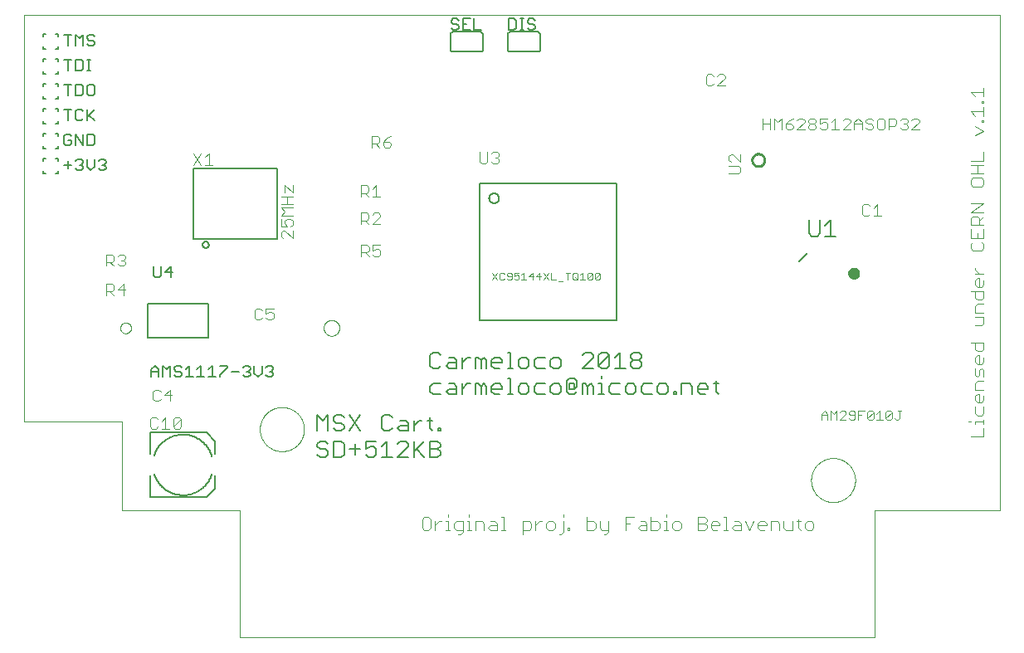
<source format=gto>
G75*
%MOIN*%
%OFA0B0*%
%FSLAX25Y25*%
%IPPOS*%
%LPD*%
%AMOC8*
5,1,8,0,0,1.08239X$1,22.5*
%
%ADD10C,0.00400*%
%ADD11C,0.00600*%
%ADD12C,0.00800*%
%ADD13C,0.02400*%
%ADD14C,0.00300*%
%ADD15C,0.01000*%
%ADD16C,0.00500*%
%ADD17C,0.00000*%
D10*
X0056306Y0088822D02*
X0055539Y0089589D01*
X0055539Y0092659D01*
X0056306Y0093426D01*
X0057841Y0093426D01*
X0058608Y0092659D01*
X0060143Y0091891D02*
X0061677Y0093426D01*
X0061677Y0088822D01*
X0060143Y0088822D02*
X0063212Y0088822D01*
X0064746Y0089589D02*
X0067816Y0092659D01*
X0067816Y0089589D01*
X0067048Y0088822D01*
X0065514Y0088822D01*
X0064746Y0089589D01*
X0064746Y0092659D01*
X0065514Y0093426D01*
X0067048Y0093426D01*
X0067816Y0092659D01*
X0063583Y0099968D02*
X0063583Y0104572D01*
X0061281Y0102270D01*
X0064350Y0102270D01*
X0059746Y0103804D02*
X0058979Y0104572D01*
X0057444Y0104572D01*
X0056677Y0103804D01*
X0056677Y0100735D01*
X0057444Y0099968D01*
X0058979Y0099968D01*
X0059746Y0100735D01*
X0058608Y0089589D02*
X0057841Y0088822D01*
X0056306Y0088822D01*
X0098152Y0132617D02*
X0099687Y0132617D01*
X0100454Y0133385D01*
X0101989Y0133385D02*
X0102756Y0132617D01*
X0104291Y0132617D01*
X0105058Y0133385D01*
X0105058Y0134919D01*
X0104291Y0135687D01*
X0103524Y0135687D01*
X0101989Y0134919D01*
X0101989Y0137221D01*
X0105058Y0137221D01*
X0100454Y0136454D02*
X0099687Y0137221D01*
X0098152Y0137221D01*
X0097385Y0136454D01*
X0097385Y0133385D01*
X0098152Y0132617D01*
X0140303Y0158054D02*
X0140303Y0162658D01*
X0142605Y0162658D01*
X0143372Y0161891D01*
X0143372Y0160356D01*
X0142605Y0159589D01*
X0140303Y0159589D01*
X0141838Y0159589D02*
X0143372Y0158054D01*
X0144907Y0158822D02*
X0145674Y0158054D01*
X0147209Y0158054D01*
X0147976Y0158822D01*
X0147976Y0160356D01*
X0147209Y0161124D01*
X0146442Y0161124D01*
X0144907Y0160356D01*
X0144907Y0162658D01*
X0147976Y0162658D01*
X0147850Y0171031D02*
X0144781Y0171031D01*
X0147850Y0174100D01*
X0147850Y0174867D01*
X0147083Y0175635D01*
X0145548Y0175635D01*
X0144781Y0174867D01*
X0143246Y0174867D02*
X0143246Y0173333D01*
X0142479Y0172565D01*
X0140177Y0172565D01*
X0140177Y0171031D02*
X0140177Y0175635D01*
X0142479Y0175635D01*
X0143246Y0174867D01*
X0141712Y0172565D02*
X0143246Y0171031D01*
X0143246Y0182031D02*
X0141712Y0183565D01*
X0142479Y0183565D02*
X0140177Y0183565D01*
X0140177Y0182031D02*
X0140177Y0186635D01*
X0142479Y0186635D01*
X0143246Y0185867D01*
X0143246Y0184333D01*
X0142479Y0183565D01*
X0144781Y0182031D02*
X0147850Y0182031D01*
X0146316Y0182031D02*
X0146316Y0186635D01*
X0144781Y0185100D01*
X0144511Y0201913D02*
X0144511Y0206517D01*
X0146813Y0206517D01*
X0147580Y0205749D01*
X0147580Y0204215D01*
X0146813Y0203447D01*
X0144511Y0203447D01*
X0146046Y0203447D02*
X0147580Y0201913D01*
X0149115Y0202680D02*
X0149882Y0201913D01*
X0151417Y0201913D01*
X0152184Y0202680D01*
X0152184Y0203447D01*
X0151417Y0204215D01*
X0149115Y0204215D01*
X0149115Y0202680D01*
X0149115Y0204215D02*
X0150650Y0205749D01*
X0152184Y0206517D01*
X0187956Y0200080D02*
X0187956Y0196243D01*
X0188723Y0195476D01*
X0190258Y0195476D01*
X0191025Y0196243D01*
X0191025Y0200080D01*
X0192560Y0199312D02*
X0193327Y0200080D01*
X0194862Y0200080D01*
X0195629Y0199312D01*
X0195629Y0198545D01*
X0194862Y0197778D01*
X0195629Y0197010D01*
X0195629Y0196243D01*
X0194862Y0195476D01*
X0193327Y0195476D01*
X0192560Y0196243D01*
X0194094Y0197778D02*
X0194862Y0197778D01*
X0112713Y0186842D02*
X0112713Y0183773D01*
X0109644Y0186842D01*
X0109644Y0183773D01*
X0110411Y0182239D02*
X0110411Y0179169D01*
X0112713Y0179169D02*
X0108109Y0179169D01*
X0108109Y0177635D02*
X0112713Y0177635D01*
X0112713Y0174565D02*
X0108109Y0174565D01*
X0109644Y0176100D01*
X0108109Y0177635D01*
X0108109Y0182239D02*
X0112713Y0182239D01*
X0111946Y0173031D02*
X0110411Y0173031D01*
X0109644Y0172263D01*
X0109644Y0171496D01*
X0110411Y0169961D01*
X0108109Y0169961D01*
X0108109Y0173031D01*
X0111946Y0173031D02*
X0112713Y0172263D01*
X0112713Y0170729D01*
X0111946Y0169961D01*
X0112713Y0168427D02*
X0112713Y0165357D01*
X0109644Y0168427D01*
X0108877Y0168427D01*
X0108109Y0167659D01*
X0108109Y0166125D01*
X0108877Y0165357D01*
X0080629Y0194885D02*
X0077560Y0194885D01*
X0079094Y0194885D02*
X0079094Y0199489D01*
X0077560Y0197954D01*
X0076025Y0199489D02*
X0072956Y0194885D01*
X0076025Y0194885D02*
X0072956Y0199489D01*
X0044724Y0158879D02*
X0043189Y0158879D01*
X0042422Y0158111D01*
X0040887Y0158111D02*
X0040887Y0156577D01*
X0040120Y0155809D01*
X0037818Y0155809D01*
X0037818Y0154275D02*
X0037818Y0158879D01*
X0040120Y0158879D01*
X0040887Y0158111D01*
X0039353Y0155809D02*
X0040887Y0154275D01*
X0042422Y0155042D02*
X0043189Y0154275D01*
X0044724Y0154275D01*
X0045491Y0155042D01*
X0045491Y0155809D01*
X0044724Y0156577D01*
X0043957Y0156577D01*
X0044724Y0156577D02*
X0045491Y0157344D01*
X0045491Y0158111D01*
X0044724Y0158879D01*
X0044724Y0147068D02*
X0042422Y0144766D01*
X0045491Y0144766D01*
X0044724Y0142464D02*
X0044724Y0147068D01*
X0040887Y0146300D02*
X0040887Y0144766D01*
X0040120Y0143998D01*
X0037818Y0143998D01*
X0037818Y0142464D02*
X0037818Y0147068D01*
X0040120Y0147068D01*
X0040887Y0146300D01*
X0039353Y0143998D02*
X0040887Y0142464D01*
X0175048Y0054303D02*
X0175048Y0053436D01*
X0175048Y0051701D02*
X0175048Y0048231D01*
X0174181Y0048231D02*
X0175916Y0048231D01*
X0177619Y0049099D02*
X0178486Y0048231D01*
X0181088Y0048231D01*
X0181088Y0047364D02*
X0181088Y0051701D01*
X0178486Y0051701D01*
X0177619Y0050834D01*
X0177619Y0049099D01*
X0179353Y0046497D02*
X0180221Y0046497D01*
X0181088Y0047364D01*
X0182775Y0048231D02*
X0184510Y0048231D01*
X0183642Y0048231D02*
X0183642Y0051701D01*
X0182775Y0051701D01*
X0183642Y0053436D02*
X0183642Y0054303D01*
X0186213Y0051701D02*
X0188815Y0051701D01*
X0189682Y0050834D01*
X0189682Y0048231D01*
X0191369Y0049099D02*
X0192236Y0049966D01*
X0194839Y0049966D01*
X0194839Y0050834D02*
X0194839Y0048231D01*
X0192236Y0048231D01*
X0191369Y0049099D01*
X0192236Y0051701D02*
X0193971Y0051701D01*
X0194839Y0050834D01*
X0196525Y0053436D02*
X0197393Y0053436D01*
X0197393Y0048231D01*
X0198260Y0048231D02*
X0196525Y0048231D01*
X0205119Y0048231D02*
X0207722Y0048231D01*
X0208589Y0049099D01*
X0208589Y0050834D01*
X0207722Y0051701D01*
X0205119Y0051701D01*
X0205119Y0046497D01*
X0210276Y0048231D02*
X0210276Y0051701D01*
X0210276Y0049966D02*
X0212011Y0051701D01*
X0212878Y0051701D01*
X0214573Y0050834D02*
X0214573Y0049099D01*
X0215440Y0048231D01*
X0217175Y0048231D01*
X0218042Y0049099D01*
X0218042Y0050834D01*
X0217175Y0051701D01*
X0215440Y0051701D01*
X0214573Y0050834D01*
X0219729Y0046497D02*
X0220597Y0046497D01*
X0221464Y0047364D01*
X0221464Y0051701D01*
X0221464Y0053436D02*
X0221464Y0054303D01*
X0223167Y0049099D02*
X0224034Y0049099D01*
X0224034Y0048231D01*
X0223167Y0048231D01*
X0223167Y0049099D01*
X0230901Y0048231D02*
X0233504Y0048231D01*
X0234371Y0049099D01*
X0234371Y0050834D01*
X0233504Y0051701D01*
X0230901Y0051701D01*
X0230901Y0053436D02*
X0230901Y0048231D01*
X0236058Y0049099D02*
X0236925Y0048231D01*
X0239527Y0048231D01*
X0239527Y0047364D02*
X0238660Y0046497D01*
X0237793Y0046497D01*
X0239527Y0047364D02*
X0239527Y0051701D01*
X0236058Y0051701D02*
X0236058Y0049099D01*
X0246371Y0048231D02*
X0246371Y0053436D01*
X0249840Y0053436D01*
X0252394Y0051701D02*
X0254129Y0051701D01*
X0254997Y0050834D01*
X0254997Y0048231D01*
X0252394Y0048231D01*
X0251527Y0049099D01*
X0252394Y0049966D01*
X0254997Y0049966D01*
X0256683Y0048231D02*
X0259286Y0048231D01*
X0260153Y0049099D01*
X0260153Y0050834D01*
X0259286Y0051701D01*
X0256683Y0051701D01*
X0256683Y0053436D02*
X0256683Y0048231D01*
X0261840Y0048231D02*
X0263575Y0048231D01*
X0262707Y0048231D02*
X0262707Y0051701D01*
X0261840Y0051701D01*
X0262707Y0053436D02*
X0262707Y0054303D01*
X0266145Y0051701D02*
X0265277Y0050834D01*
X0265277Y0049099D01*
X0266145Y0048231D01*
X0267880Y0048231D01*
X0268747Y0049099D01*
X0268747Y0050834D01*
X0267880Y0051701D01*
X0266145Y0051701D01*
X0275590Y0050834D02*
X0278192Y0050834D01*
X0279060Y0049966D01*
X0279060Y0049099D01*
X0278192Y0048231D01*
X0275590Y0048231D01*
X0275590Y0053436D01*
X0278192Y0053436D01*
X0279060Y0052569D01*
X0279060Y0051701D01*
X0278192Y0050834D01*
X0280747Y0050834D02*
X0281614Y0051701D01*
X0283349Y0051701D01*
X0284216Y0050834D01*
X0284216Y0049966D01*
X0280747Y0049966D01*
X0280747Y0049099D02*
X0280747Y0050834D01*
X0280747Y0049099D02*
X0281614Y0048231D01*
X0283349Y0048231D01*
X0285903Y0048231D02*
X0287638Y0048231D01*
X0286770Y0048231D02*
X0286770Y0053436D01*
X0285903Y0053436D01*
X0290208Y0051701D02*
X0291943Y0051701D01*
X0292810Y0050834D01*
X0292810Y0048231D01*
X0290208Y0048231D01*
X0289341Y0049099D01*
X0290208Y0049966D01*
X0292810Y0049966D01*
X0294497Y0051701D02*
X0296232Y0048231D01*
X0297967Y0051701D01*
X0299653Y0050834D02*
X0300521Y0051701D01*
X0302256Y0051701D01*
X0303123Y0050834D01*
X0303123Y0049966D01*
X0299653Y0049966D01*
X0299653Y0049099D02*
X0299653Y0050834D01*
X0299653Y0049099D02*
X0300521Y0048231D01*
X0302256Y0048231D01*
X0304810Y0048231D02*
X0304810Y0051701D01*
X0307412Y0051701D01*
X0308279Y0050834D01*
X0308279Y0048231D01*
X0309966Y0049099D02*
X0310833Y0048231D01*
X0313436Y0048231D01*
X0313436Y0051701D01*
X0315122Y0051701D02*
X0316857Y0051701D01*
X0315990Y0052569D02*
X0315990Y0049099D01*
X0316857Y0048231D01*
X0318560Y0049099D02*
X0319427Y0048231D01*
X0321162Y0048231D01*
X0322030Y0049099D01*
X0322030Y0050834D01*
X0321162Y0051701D01*
X0319427Y0051701D01*
X0318560Y0050834D01*
X0318560Y0049099D01*
X0309966Y0049099D02*
X0309966Y0051701D01*
X0248105Y0050834D02*
X0246371Y0050834D01*
X0186213Y0051701D02*
X0186213Y0048231D01*
X0175048Y0051701D02*
X0174181Y0051701D01*
X0172486Y0051701D02*
X0171619Y0051701D01*
X0169884Y0049966D01*
X0169884Y0048231D02*
X0169884Y0051701D01*
X0168197Y0052569D02*
X0167330Y0053436D01*
X0165595Y0053436D01*
X0164728Y0052569D01*
X0164728Y0049099D01*
X0165595Y0048231D01*
X0167330Y0048231D01*
X0168197Y0049099D01*
X0168197Y0052569D01*
X0341476Y0175184D02*
X0342243Y0174417D01*
X0343778Y0174417D01*
X0344545Y0175184D01*
X0346080Y0174417D02*
X0349149Y0174417D01*
X0347614Y0174417D02*
X0347614Y0179020D01*
X0346080Y0177486D01*
X0344545Y0178253D02*
X0343778Y0179020D01*
X0342243Y0179020D01*
X0341476Y0178253D01*
X0341476Y0175184D01*
X0385107Y0175870D02*
X0390312Y0179340D01*
X0385107Y0179340D01*
X0385107Y0175870D02*
X0390312Y0175870D01*
X0390312Y0174183D02*
X0388577Y0172448D01*
X0388577Y0173316D02*
X0388577Y0170714D01*
X0390312Y0170714D02*
X0385107Y0170714D01*
X0385107Y0173316D01*
X0385975Y0174183D01*
X0387710Y0174183D01*
X0388577Y0173316D01*
X0390312Y0169027D02*
X0390312Y0165557D01*
X0385107Y0165557D01*
X0385107Y0169027D01*
X0387710Y0167292D02*
X0387710Y0165557D01*
X0389444Y0163870D02*
X0390312Y0163003D01*
X0390312Y0161268D01*
X0389444Y0160401D01*
X0385975Y0160401D01*
X0385107Y0161268D01*
X0385107Y0163003D01*
X0385975Y0163870D01*
X0386842Y0153550D02*
X0386842Y0152682D01*
X0388577Y0150947D01*
X0388577Y0149261D02*
X0388577Y0145791D01*
X0387710Y0145791D02*
X0386842Y0146658D01*
X0386842Y0148393D01*
X0387710Y0149261D01*
X0388577Y0149261D01*
X0390312Y0148393D02*
X0390312Y0146658D01*
X0389444Y0145791D01*
X0387710Y0145791D01*
X0386842Y0144104D02*
X0386842Y0141502D01*
X0387710Y0140635D01*
X0389444Y0140635D01*
X0390312Y0141502D01*
X0390312Y0144104D01*
X0385107Y0144104D01*
X0387710Y0138948D02*
X0390312Y0138948D01*
X0387710Y0138948D02*
X0386842Y0138080D01*
X0386842Y0135478D01*
X0390312Y0135478D01*
X0390312Y0133791D02*
X0386842Y0133791D01*
X0390312Y0133791D02*
X0390312Y0131189D01*
X0389444Y0130322D01*
X0386842Y0130322D01*
X0386842Y0123479D02*
X0386842Y0120876D01*
X0387710Y0120009D01*
X0389444Y0120009D01*
X0390312Y0120876D01*
X0390312Y0123479D01*
X0385107Y0123479D01*
X0387710Y0118322D02*
X0388577Y0118322D01*
X0388577Y0114853D01*
X0387710Y0114853D02*
X0386842Y0115720D01*
X0386842Y0117455D01*
X0387710Y0118322D01*
X0390312Y0117455D02*
X0390312Y0115720D01*
X0389444Y0114853D01*
X0387710Y0114853D01*
X0386842Y0113166D02*
X0386842Y0110564D01*
X0387710Y0109696D01*
X0388577Y0110564D01*
X0388577Y0112298D01*
X0389444Y0113166D01*
X0390312Y0112298D01*
X0390312Y0109696D01*
X0390312Y0108009D02*
X0387710Y0108009D01*
X0386842Y0107142D01*
X0386842Y0104540D01*
X0390312Y0104540D01*
X0388577Y0102853D02*
X0388577Y0099383D01*
X0387710Y0099383D02*
X0386842Y0100251D01*
X0386842Y0101986D01*
X0387710Y0102853D01*
X0388577Y0102853D01*
X0390312Y0101986D02*
X0390312Y0100251D01*
X0389444Y0099383D01*
X0387710Y0099383D01*
X0386842Y0097697D02*
X0386842Y0095094D01*
X0387710Y0094227D01*
X0389444Y0094227D01*
X0390312Y0095094D01*
X0390312Y0097697D01*
X0390312Y0092524D02*
X0390312Y0090789D01*
X0390312Y0091657D02*
X0386842Y0091657D01*
X0386842Y0090789D01*
X0385107Y0091657D02*
X0384240Y0091657D01*
X0385107Y0085633D02*
X0390312Y0085633D01*
X0390312Y0089103D01*
X0390312Y0150947D02*
X0386842Y0150947D01*
X0385975Y0186183D02*
X0385107Y0187050D01*
X0385107Y0188785D01*
X0385975Y0189652D01*
X0389444Y0189652D01*
X0390312Y0188785D01*
X0390312Y0187050D01*
X0389444Y0186183D01*
X0385975Y0186183D01*
X0385107Y0191339D02*
X0390312Y0191339D01*
X0387710Y0191339D02*
X0387710Y0194809D01*
X0390312Y0194809D02*
X0385107Y0194809D01*
X0385107Y0196496D02*
X0390312Y0196496D01*
X0390312Y0199965D01*
X0386842Y0206808D02*
X0390312Y0208543D01*
X0386842Y0210278D01*
X0389444Y0211965D02*
X0389444Y0212832D01*
X0390312Y0212832D01*
X0390312Y0211965D01*
X0389444Y0211965D01*
X0390312Y0214543D02*
X0390312Y0218013D01*
X0390312Y0219699D02*
X0389444Y0219699D01*
X0389444Y0220567D01*
X0390312Y0220567D01*
X0390312Y0219699D01*
X0390312Y0222278D02*
X0390312Y0225747D01*
X0390312Y0224012D02*
X0385107Y0224012D01*
X0386842Y0222278D01*
X0385107Y0216278D02*
X0390312Y0216278D01*
X0386842Y0214543D02*
X0385107Y0216278D01*
X0364423Y0212808D02*
X0363656Y0213576D01*
X0362121Y0213576D01*
X0361354Y0212808D01*
X0359820Y0212808D02*
X0359820Y0212041D01*
X0359052Y0211274D01*
X0359820Y0210506D01*
X0359820Y0209739D01*
X0359052Y0208972D01*
X0357518Y0208972D01*
X0356750Y0209739D01*
X0355216Y0211274D02*
X0354448Y0210506D01*
X0352146Y0210506D01*
X0352146Y0208972D02*
X0352146Y0213576D01*
X0354448Y0213576D01*
X0355216Y0212808D01*
X0355216Y0211274D01*
X0356750Y0212808D02*
X0357518Y0213576D01*
X0359052Y0213576D01*
X0359820Y0212808D01*
X0359052Y0211274D02*
X0358285Y0211274D01*
X0361354Y0208972D02*
X0364423Y0212041D01*
X0364423Y0212808D01*
X0364423Y0208972D02*
X0361354Y0208972D01*
X0350612Y0209739D02*
X0350612Y0212808D01*
X0349844Y0213576D01*
X0348310Y0213576D01*
X0347542Y0212808D01*
X0347542Y0209739D01*
X0348310Y0208972D01*
X0349844Y0208972D01*
X0350612Y0209739D01*
X0346008Y0209739D02*
X0345240Y0208972D01*
X0343706Y0208972D01*
X0342938Y0209739D01*
X0341404Y0208972D02*
X0341404Y0212041D01*
X0339869Y0213576D01*
X0338335Y0212041D01*
X0338335Y0208972D01*
X0336800Y0208972D02*
X0333731Y0208972D01*
X0336800Y0212041D01*
X0336800Y0212808D01*
X0336033Y0213576D01*
X0334498Y0213576D01*
X0333731Y0212808D01*
X0330661Y0213576D02*
X0330661Y0208972D01*
X0329127Y0208972D02*
X0332196Y0208972D01*
X0329127Y0212041D02*
X0330661Y0213576D01*
X0327592Y0213576D02*
X0324523Y0213576D01*
X0324523Y0211274D01*
X0326057Y0212041D01*
X0326825Y0212041D01*
X0327592Y0211274D01*
X0327592Y0209739D01*
X0326825Y0208972D01*
X0325290Y0208972D01*
X0324523Y0209739D01*
X0322988Y0209739D02*
X0322221Y0208972D01*
X0320686Y0208972D01*
X0319919Y0209739D01*
X0319919Y0210506D01*
X0320686Y0211274D01*
X0322221Y0211274D01*
X0322988Y0210506D01*
X0322988Y0209739D01*
X0322221Y0211274D02*
X0322988Y0212041D01*
X0322988Y0212808D01*
X0322221Y0213576D01*
X0320686Y0213576D01*
X0319919Y0212808D01*
X0319919Y0212041D01*
X0320686Y0211274D01*
X0318384Y0212041D02*
X0318384Y0212808D01*
X0317617Y0213576D01*
X0316082Y0213576D01*
X0315315Y0212808D01*
X0313780Y0213576D02*
X0312246Y0212808D01*
X0310711Y0211274D01*
X0313013Y0211274D01*
X0313780Y0210506D01*
X0313780Y0209739D01*
X0313013Y0208972D01*
X0311478Y0208972D01*
X0310711Y0209739D01*
X0310711Y0211274D01*
X0309176Y0213576D02*
X0309176Y0208972D01*
X0306107Y0208972D02*
X0306107Y0213576D01*
X0307642Y0212041D01*
X0309176Y0213576D01*
X0304572Y0213576D02*
X0304572Y0208972D01*
X0304572Y0211274D02*
X0301503Y0211274D01*
X0301503Y0208972D02*
X0301503Y0213576D01*
X0315315Y0208972D02*
X0318384Y0212041D01*
X0318384Y0208972D02*
X0315315Y0208972D01*
X0338335Y0211274D02*
X0341404Y0211274D01*
X0342938Y0212041D02*
X0343706Y0211274D01*
X0345240Y0211274D01*
X0346008Y0210506D01*
X0346008Y0209739D01*
X0346008Y0212808D02*
X0345240Y0213576D01*
X0343706Y0213576D01*
X0342938Y0212808D01*
X0342938Y0212041D01*
X0292603Y0199145D02*
X0292603Y0196076D01*
X0289534Y0199145D01*
X0288767Y0199145D01*
X0287999Y0198378D01*
X0287999Y0196843D01*
X0288767Y0196076D01*
X0287999Y0194541D02*
X0291836Y0194541D01*
X0292603Y0193774D01*
X0292603Y0192239D01*
X0291836Y0191472D01*
X0287999Y0191472D01*
X0286394Y0226692D02*
X0283324Y0226692D01*
X0286394Y0229761D01*
X0286394Y0230529D01*
X0285626Y0231296D01*
X0284092Y0231296D01*
X0283324Y0230529D01*
X0281790Y0230529D02*
X0281022Y0231296D01*
X0279488Y0231296D01*
X0278720Y0230529D01*
X0278720Y0227459D01*
X0279488Y0226692D01*
X0281022Y0226692D01*
X0281790Y0227459D01*
D11*
X0212185Y0241331D02*
X0212185Y0247331D01*
X0212183Y0247391D01*
X0212178Y0247452D01*
X0212169Y0247511D01*
X0212156Y0247570D01*
X0212140Y0247629D01*
X0212120Y0247686D01*
X0212097Y0247741D01*
X0212070Y0247796D01*
X0212041Y0247848D01*
X0212008Y0247899D01*
X0211972Y0247948D01*
X0211934Y0247994D01*
X0211892Y0248038D01*
X0211848Y0248080D01*
X0211802Y0248118D01*
X0211753Y0248154D01*
X0211702Y0248187D01*
X0211650Y0248216D01*
X0211595Y0248243D01*
X0211540Y0248266D01*
X0211483Y0248286D01*
X0211424Y0248302D01*
X0211365Y0248315D01*
X0211306Y0248324D01*
X0211245Y0248329D01*
X0211185Y0248331D01*
X0200185Y0248331D01*
X0200125Y0248329D01*
X0200064Y0248324D01*
X0200005Y0248315D01*
X0199946Y0248302D01*
X0199887Y0248286D01*
X0199830Y0248266D01*
X0199775Y0248243D01*
X0199720Y0248216D01*
X0199668Y0248187D01*
X0199617Y0248154D01*
X0199568Y0248118D01*
X0199522Y0248080D01*
X0199478Y0248038D01*
X0199436Y0247994D01*
X0199398Y0247948D01*
X0199362Y0247899D01*
X0199329Y0247848D01*
X0199300Y0247796D01*
X0199273Y0247741D01*
X0199250Y0247686D01*
X0199230Y0247629D01*
X0199214Y0247570D01*
X0199201Y0247511D01*
X0199192Y0247452D01*
X0199187Y0247391D01*
X0199185Y0247331D01*
X0199185Y0241331D01*
X0199187Y0241271D01*
X0199192Y0241210D01*
X0199201Y0241151D01*
X0199214Y0241092D01*
X0199230Y0241033D01*
X0199250Y0240976D01*
X0199273Y0240921D01*
X0199300Y0240866D01*
X0199329Y0240814D01*
X0199362Y0240763D01*
X0199398Y0240714D01*
X0199436Y0240668D01*
X0199478Y0240624D01*
X0199522Y0240582D01*
X0199568Y0240544D01*
X0199617Y0240508D01*
X0199668Y0240475D01*
X0199720Y0240446D01*
X0199775Y0240419D01*
X0199830Y0240396D01*
X0199887Y0240376D01*
X0199946Y0240360D01*
X0200005Y0240347D01*
X0200064Y0240338D01*
X0200125Y0240333D01*
X0200185Y0240331D01*
X0211185Y0240331D01*
X0211245Y0240333D01*
X0211306Y0240338D01*
X0211365Y0240347D01*
X0211424Y0240360D01*
X0211483Y0240376D01*
X0211540Y0240396D01*
X0211595Y0240419D01*
X0211650Y0240446D01*
X0211702Y0240475D01*
X0211753Y0240508D01*
X0211802Y0240544D01*
X0211848Y0240582D01*
X0211892Y0240624D01*
X0211934Y0240668D01*
X0211972Y0240714D01*
X0212008Y0240763D01*
X0212041Y0240814D01*
X0212070Y0240866D01*
X0212097Y0240921D01*
X0212120Y0240976D01*
X0212140Y0241033D01*
X0212156Y0241092D01*
X0212169Y0241151D01*
X0212178Y0241210D01*
X0212183Y0241271D01*
X0212185Y0241331D01*
X0189185Y0241331D02*
X0189185Y0247331D01*
X0189183Y0247391D01*
X0189178Y0247452D01*
X0189169Y0247511D01*
X0189156Y0247570D01*
X0189140Y0247629D01*
X0189120Y0247686D01*
X0189097Y0247741D01*
X0189070Y0247796D01*
X0189041Y0247848D01*
X0189008Y0247899D01*
X0188972Y0247948D01*
X0188934Y0247994D01*
X0188892Y0248038D01*
X0188848Y0248080D01*
X0188802Y0248118D01*
X0188753Y0248154D01*
X0188702Y0248187D01*
X0188650Y0248216D01*
X0188595Y0248243D01*
X0188540Y0248266D01*
X0188483Y0248286D01*
X0188424Y0248302D01*
X0188365Y0248315D01*
X0188306Y0248324D01*
X0188245Y0248329D01*
X0188185Y0248331D01*
X0177185Y0248331D01*
X0177125Y0248329D01*
X0177064Y0248324D01*
X0177005Y0248315D01*
X0176946Y0248302D01*
X0176887Y0248286D01*
X0176830Y0248266D01*
X0176775Y0248243D01*
X0176720Y0248216D01*
X0176668Y0248187D01*
X0176617Y0248154D01*
X0176568Y0248118D01*
X0176522Y0248080D01*
X0176478Y0248038D01*
X0176436Y0247994D01*
X0176398Y0247948D01*
X0176362Y0247899D01*
X0176329Y0247848D01*
X0176300Y0247796D01*
X0176273Y0247741D01*
X0176250Y0247686D01*
X0176230Y0247629D01*
X0176214Y0247570D01*
X0176201Y0247511D01*
X0176192Y0247452D01*
X0176187Y0247391D01*
X0176185Y0247331D01*
X0176185Y0241331D01*
X0176187Y0241271D01*
X0176192Y0241210D01*
X0176201Y0241151D01*
X0176214Y0241092D01*
X0176230Y0241033D01*
X0176250Y0240976D01*
X0176273Y0240921D01*
X0176300Y0240866D01*
X0176329Y0240814D01*
X0176362Y0240763D01*
X0176398Y0240714D01*
X0176436Y0240668D01*
X0176478Y0240624D01*
X0176522Y0240582D01*
X0176568Y0240544D01*
X0176617Y0240508D01*
X0176668Y0240475D01*
X0176720Y0240446D01*
X0176775Y0240419D01*
X0176830Y0240396D01*
X0176887Y0240376D01*
X0176946Y0240360D01*
X0177005Y0240347D01*
X0177064Y0240338D01*
X0177125Y0240333D01*
X0177185Y0240331D01*
X0188185Y0240331D01*
X0188245Y0240333D01*
X0188306Y0240338D01*
X0188365Y0240347D01*
X0188424Y0240360D01*
X0188483Y0240376D01*
X0188540Y0240396D01*
X0188595Y0240419D01*
X0188650Y0240446D01*
X0188702Y0240475D01*
X0188753Y0240508D01*
X0188802Y0240544D01*
X0188848Y0240582D01*
X0188892Y0240624D01*
X0188934Y0240668D01*
X0188972Y0240714D01*
X0189008Y0240763D01*
X0189041Y0240814D01*
X0189070Y0240866D01*
X0189097Y0240921D01*
X0189120Y0240976D01*
X0189140Y0241033D01*
X0189156Y0241092D01*
X0189169Y0241151D01*
X0189178Y0241210D01*
X0189183Y0241271D01*
X0189185Y0241331D01*
X0320217Y0172607D02*
X0320217Y0167269D01*
X0321285Y0166202D01*
X0323420Y0166202D01*
X0324488Y0167269D01*
X0324488Y0172607D01*
X0326663Y0170472D02*
X0328798Y0172607D01*
X0328798Y0166202D01*
X0326663Y0166202D02*
X0330933Y0166202D01*
X0252816Y0118500D02*
X0252816Y0117433D01*
X0251749Y0116365D01*
X0249613Y0116365D01*
X0248546Y0117433D01*
X0248546Y0118500D01*
X0249613Y0119568D01*
X0251749Y0119568D01*
X0252816Y0118500D01*
X0251749Y0116365D02*
X0252816Y0115297D01*
X0252816Y0114230D01*
X0251749Y0113162D01*
X0249613Y0113162D01*
X0248546Y0114230D01*
X0248546Y0115297D01*
X0249613Y0116365D01*
X0246371Y0113162D02*
X0242100Y0113162D01*
X0244236Y0113162D02*
X0244236Y0119568D01*
X0242100Y0117433D01*
X0239925Y0118500D02*
X0235655Y0114230D01*
X0236722Y0113162D01*
X0238858Y0113162D01*
X0239925Y0114230D01*
X0239925Y0118500D01*
X0238858Y0119568D01*
X0236722Y0119568D01*
X0235655Y0118500D01*
X0235655Y0114230D01*
X0233480Y0113162D02*
X0229209Y0113162D01*
X0233480Y0117433D01*
X0233480Y0118500D01*
X0232412Y0119568D01*
X0230277Y0119568D01*
X0229209Y0118500D01*
X0220589Y0116365D02*
X0220589Y0114230D01*
X0219521Y0113162D01*
X0217386Y0113162D01*
X0216318Y0114230D01*
X0216318Y0116365D01*
X0217386Y0117433D01*
X0219521Y0117433D01*
X0220589Y0116365D01*
X0214143Y0117433D02*
X0210940Y0117433D01*
X0209873Y0116365D01*
X0209873Y0114230D01*
X0210940Y0113162D01*
X0214143Y0113162D01*
X0207698Y0114230D02*
X0207698Y0116365D01*
X0206630Y0117433D01*
X0204495Y0117433D01*
X0203427Y0116365D01*
X0203427Y0114230D01*
X0204495Y0113162D01*
X0206630Y0113162D01*
X0207698Y0114230D01*
X0201266Y0113162D02*
X0199130Y0113162D01*
X0200198Y0113162D02*
X0200198Y0119568D01*
X0199130Y0119568D01*
X0196955Y0116365D02*
X0196955Y0115297D01*
X0192685Y0115297D01*
X0192685Y0114230D02*
X0192685Y0116365D01*
X0193752Y0117433D01*
X0195888Y0117433D01*
X0196955Y0116365D01*
X0195888Y0113162D02*
X0193752Y0113162D01*
X0192685Y0114230D01*
X0190510Y0113162D02*
X0190510Y0116365D01*
X0189442Y0117433D01*
X0188375Y0116365D01*
X0188375Y0113162D01*
X0186239Y0113162D02*
X0186239Y0117433D01*
X0187307Y0117433D01*
X0188375Y0116365D01*
X0184071Y0117433D02*
X0183003Y0117433D01*
X0180868Y0115297D01*
X0180868Y0113162D02*
X0180868Y0117433D01*
X0178693Y0116365D02*
X0178693Y0113162D01*
X0175490Y0113162D01*
X0174423Y0114230D01*
X0175490Y0115297D01*
X0178693Y0115297D01*
X0178693Y0116365D02*
X0177625Y0117433D01*
X0175490Y0117433D01*
X0172247Y0118500D02*
X0171180Y0119568D01*
X0169045Y0119568D01*
X0167977Y0118500D01*
X0167977Y0114230D01*
X0169045Y0113162D01*
X0171180Y0113162D01*
X0172247Y0114230D01*
X0172247Y0106933D02*
X0169045Y0106933D01*
X0167977Y0105865D01*
X0167977Y0103730D01*
X0169045Y0102662D01*
X0172247Y0102662D01*
X0174423Y0103730D02*
X0175490Y0104797D01*
X0178693Y0104797D01*
X0178693Y0105865D02*
X0178693Y0102662D01*
X0175490Y0102662D01*
X0174423Y0103730D01*
X0175490Y0106933D02*
X0177625Y0106933D01*
X0178693Y0105865D01*
X0180868Y0106933D02*
X0180868Y0102662D01*
X0180868Y0104797D02*
X0183003Y0106933D01*
X0184071Y0106933D01*
X0186239Y0106933D02*
X0187307Y0106933D01*
X0188375Y0105865D01*
X0189442Y0106933D01*
X0190510Y0105865D01*
X0190510Y0102662D01*
X0188375Y0102662D02*
X0188375Y0105865D01*
X0186239Y0106933D02*
X0186239Y0102662D01*
X0192685Y0103730D02*
X0192685Y0105865D01*
X0193752Y0106933D01*
X0195888Y0106933D01*
X0196955Y0105865D01*
X0196955Y0104797D01*
X0192685Y0104797D01*
X0192685Y0103730D02*
X0193752Y0102662D01*
X0195888Y0102662D01*
X0199130Y0102662D02*
X0201266Y0102662D01*
X0200198Y0102662D02*
X0200198Y0109068D01*
X0199130Y0109068D01*
X0203427Y0105865D02*
X0203427Y0103730D01*
X0204495Y0102662D01*
X0206630Y0102662D01*
X0207698Y0103730D01*
X0207698Y0105865D01*
X0206630Y0106933D01*
X0204495Y0106933D01*
X0203427Y0105865D01*
X0209873Y0105865D02*
X0209873Y0103730D01*
X0210940Y0102662D01*
X0214143Y0102662D01*
X0216318Y0103730D02*
X0216318Y0105865D01*
X0217386Y0106933D01*
X0219521Y0106933D01*
X0220589Y0105865D01*
X0220589Y0103730D01*
X0219521Y0102662D01*
X0217386Y0102662D01*
X0216318Y0103730D01*
X0214143Y0106933D02*
X0210940Y0106933D01*
X0209873Y0105865D01*
X0222764Y0103730D02*
X0222764Y0108000D01*
X0223831Y0109068D01*
X0225967Y0109068D01*
X0227034Y0108000D01*
X0227034Y0105865D01*
X0225967Y0104797D01*
X0225967Y0106933D01*
X0223831Y0106933D01*
X0223831Y0104797D01*
X0225967Y0104797D01*
X0227034Y0103730D02*
X0225967Y0102662D01*
X0223831Y0102662D01*
X0222764Y0103730D01*
X0229209Y0102662D02*
X0229209Y0106933D01*
X0230277Y0106933D01*
X0231345Y0105865D01*
X0232412Y0106933D01*
X0233480Y0105865D01*
X0233480Y0102662D01*
X0231345Y0102662D02*
X0231345Y0105865D01*
X0235655Y0106933D02*
X0236722Y0106933D01*
X0236722Y0102662D01*
X0235655Y0102662D02*
X0237790Y0102662D01*
X0239952Y0103730D02*
X0239952Y0105865D01*
X0241019Y0106933D01*
X0244222Y0106933D01*
X0246397Y0105865D02*
X0246397Y0103730D01*
X0247465Y0102662D01*
X0249600Y0102662D01*
X0250668Y0103730D01*
X0250668Y0105865D01*
X0249600Y0106933D01*
X0247465Y0106933D01*
X0246397Y0105865D01*
X0244222Y0102662D02*
X0241019Y0102662D01*
X0239952Y0103730D01*
X0236722Y0109068D02*
X0236722Y0110135D01*
X0252843Y0105865D02*
X0252843Y0103730D01*
X0253910Y0102662D01*
X0257113Y0102662D01*
X0259288Y0103730D02*
X0259288Y0105865D01*
X0260356Y0106933D01*
X0262491Y0106933D01*
X0263559Y0105865D01*
X0263559Y0103730D01*
X0262491Y0102662D01*
X0260356Y0102662D01*
X0259288Y0103730D01*
X0257113Y0106933D02*
X0253910Y0106933D01*
X0252843Y0105865D01*
X0265734Y0103730D02*
X0266801Y0103730D01*
X0266801Y0102662D01*
X0265734Y0102662D01*
X0265734Y0103730D01*
X0268957Y0102662D02*
X0268957Y0106933D01*
X0272159Y0106933D01*
X0273227Y0105865D01*
X0273227Y0102662D01*
X0275402Y0103730D02*
X0275402Y0105865D01*
X0276470Y0106933D01*
X0278605Y0106933D01*
X0279672Y0105865D01*
X0279672Y0104797D01*
X0275402Y0104797D01*
X0275402Y0103730D02*
X0276470Y0102662D01*
X0278605Y0102662D01*
X0282915Y0103730D02*
X0283983Y0102662D01*
X0282915Y0103730D02*
X0282915Y0108000D01*
X0281848Y0106933D02*
X0283983Y0106933D01*
X0172110Y0089033D02*
X0172110Y0087965D01*
X0171043Y0087965D01*
X0171043Y0089033D01*
X0172110Y0089033D01*
X0168881Y0087965D02*
X0167813Y0089033D01*
X0167813Y0093303D01*
X0166746Y0092236D02*
X0168881Y0092236D01*
X0164577Y0092236D02*
X0163510Y0092236D01*
X0161375Y0090101D01*
X0161375Y0092236D02*
X0161375Y0087965D01*
X0159199Y0087965D02*
X0155997Y0087965D01*
X0154929Y0089033D01*
X0155997Y0090101D01*
X0159199Y0090101D01*
X0159199Y0091168D02*
X0159199Y0087965D01*
X0159199Y0091168D02*
X0158132Y0092236D01*
X0155997Y0092236D01*
X0152754Y0093303D02*
X0151686Y0094371D01*
X0149551Y0094371D01*
X0148484Y0093303D01*
X0148484Y0089033D01*
X0149551Y0087965D01*
X0151686Y0087965D01*
X0152754Y0089033D01*
X0150619Y0083871D02*
X0150619Y0077465D01*
X0148484Y0077465D02*
X0152754Y0077465D01*
X0154929Y0077465D02*
X0159199Y0081736D01*
X0159199Y0082803D01*
X0158132Y0083871D01*
X0155997Y0083871D01*
X0154929Y0082803D01*
X0150619Y0083871D02*
X0148484Y0081736D01*
X0146308Y0080668D02*
X0146308Y0078533D01*
X0145241Y0077465D01*
X0143106Y0077465D01*
X0142038Y0078533D01*
X0142038Y0080668D02*
X0144173Y0081736D01*
X0145241Y0081736D01*
X0146308Y0080668D01*
X0146308Y0083871D02*
X0142038Y0083871D01*
X0142038Y0080668D01*
X0139863Y0080668D02*
X0135593Y0080668D01*
X0137728Y0082803D02*
X0137728Y0078533D01*
X0133417Y0078533D02*
X0133417Y0082803D01*
X0132350Y0083871D01*
X0129147Y0083871D01*
X0129147Y0077465D01*
X0132350Y0077465D01*
X0133417Y0078533D01*
X0126972Y0078533D02*
X0125904Y0077465D01*
X0123769Y0077465D01*
X0122702Y0078533D01*
X0123769Y0080668D02*
X0122702Y0081736D01*
X0122702Y0082803D01*
X0123769Y0083871D01*
X0125904Y0083871D01*
X0126972Y0082803D01*
X0125904Y0080668D02*
X0126972Y0079601D01*
X0126972Y0078533D01*
X0125904Y0080668D02*
X0123769Y0080668D01*
X0122702Y0087965D02*
X0122702Y0094371D01*
X0124837Y0092236D01*
X0126972Y0094371D01*
X0126972Y0087965D01*
X0129147Y0089033D02*
X0130215Y0087965D01*
X0132350Y0087965D01*
X0133417Y0089033D01*
X0133417Y0090101D01*
X0132350Y0091168D01*
X0130215Y0091168D01*
X0129147Y0092236D01*
X0129147Y0093303D01*
X0130215Y0094371D01*
X0132350Y0094371D01*
X0133417Y0093303D01*
X0135593Y0094371D02*
X0139863Y0087965D01*
X0135593Y0087965D02*
X0139863Y0094371D01*
X0161375Y0083871D02*
X0161375Y0077465D01*
X0161375Y0079601D02*
X0165645Y0083871D01*
X0167820Y0083871D02*
X0171023Y0083871D01*
X0172090Y0082803D01*
X0172090Y0081736D01*
X0171023Y0080668D01*
X0167820Y0080668D01*
X0167820Y0077465D02*
X0171023Y0077465D01*
X0172090Y0078533D01*
X0172090Y0079601D01*
X0171023Y0080668D01*
X0167820Y0077465D02*
X0167820Y0083871D01*
X0162442Y0080668D02*
X0165645Y0077465D01*
X0159199Y0077465D02*
X0154929Y0077465D01*
X0078984Y0125524D02*
X0054386Y0125524D01*
X0054386Y0139146D01*
X0078984Y0139146D01*
X0078984Y0125524D01*
X0018685Y0191331D02*
X0018685Y0192331D01*
X0018685Y0191331D02*
X0017685Y0191331D01*
X0013685Y0191331D02*
X0012685Y0191331D01*
X0012685Y0192331D01*
X0012685Y0196331D02*
X0012685Y0197331D01*
X0013685Y0197331D01*
X0017685Y0197331D02*
X0018685Y0197331D01*
X0018685Y0196331D01*
X0018685Y0201331D02*
X0018685Y0202331D01*
X0018685Y0201331D02*
X0017685Y0201331D01*
X0013685Y0201331D02*
X0012685Y0201331D01*
X0012685Y0202331D01*
X0012685Y0206331D02*
X0012685Y0207331D01*
X0013685Y0207331D01*
X0017685Y0207331D02*
X0018685Y0207331D01*
X0018685Y0206331D01*
X0018685Y0211331D02*
X0018685Y0212331D01*
X0018685Y0211331D02*
X0017685Y0211331D01*
X0013685Y0211331D02*
X0012685Y0211331D01*
X0012685Y0212331D01*
X0012685Y0216331D02*
X0012685Y0217331D01*
X0013685Y0217331D01*
X0017685Y0217331D02*
X0018685Y0217331D01*
X0018685Y0216331D01*
X0018685Y0221331D02*
X0018685Y0222331D01*
X0018685Y0221331D02*
X0017685Y0221331D01*
X0013685Y0221331D02*
X0012685Y0221331D01*
X0012685Y0222331D01*
X0012685Y0226331D02*
X0012685Y0227331D01*
X0013685Y0227331D01*
X0017685Y0227331D02*
X0018685Y0227331D01*
X0018685Y0226331D01*
X0018685Y0231331D02*
X0018685Y0232331D01*
X0018685Y0231331D02*
X0017685Y0231331D01*
X0013685Y0231331D02*
X0012685Y0231331D01*
X0012685Y0232331D01*
X0012685Y0236331D02*
X0012685Y0237331D01*
X0013685Y0237331D01*
X0017685Y0237331D02*
X0018685Y0237331D01*
X0018685Y0236331D01*
X0018685Y0241331D02*
X0018685Y0242331D01*
X0018685Y0241331D02*
X0017685Y0241331D01*
X0013685Y0241331D02*
X0012685Y0241331D01*
X0012685Y0242331D01*
X0012685Y0246331D02*
X0012685Y0247331D01*
X0013685Y0247331D01*
X0017685Y0247331D02*
X0018685Y0247331D01*
X0018685Y0246331D01*
D12*
X0055693Y0087323D02*
X0078134Y0087323D01*
X0081677Y0083780D01*
X0081677Y0078661D01*
X0081677Y0070000D02*
X0081677Y0064882D01*
X0078134Y0061339D01*
X0055693Y0061339D01*
X0055693Y0070000D01*
X0055693Y0078661D02*
X0055693Y0087323D01*
X0057071Y0078071D02*
X0057165Y0078352D01*
X0057267Y0078631D01*
X0057375Y0078907D01*
X0057490Y0079180D01*
X0057611Y0079451D01*
X0057739Y0079718D01*
X0057874Y0079983D01*
X0058015Y0080244D01*
X0058162Y0080501D01*
X0058315Y0080755D01*
X0058475Y0081005D01*
X0058640Y0081251D01*
X0058812Y0081493D01*
X0058989Y0081730D01*
X0059172Y0081964D01*
X0059361Y0082192D01*
X0059556Y0082417D01*
X0059755Y0082636D01*
X0059960Y0082850D01*
X0060170Y0083059D01*
X0060385Y0083263D01*
X0060606Y0083462D01*
X0060830Y0083656D01*
X0061060Y0083843D01*
X0061294Y0084026D01*
X0061532Y0084202D01*
X0061775Y0084373D01*
X0062021Y0084537D01*
X0062272Y0084696D01*
X0062526Y0084848D01*
X0062785Y0084994D01*
X0063046Y0085134D01*
X0063311Y0085268D01*
X0063579Y0085395D01*
X0063850Y0085515D01*
X0064124Y0085629D01*
X0064400Y0085736D01*
X0064680Y0085836D01*
X0064961Y0085929D01*
X0065245Y0086016D01*
X0065530Y0086095D01*
X0065818Y0086168D01*
X0066107Y0086234D01*
X0066398Y0086292D01*
X0066690Y0086343D01*
X0066983Y0086388D01*
X0067277Y0086425D01*
X0067572Y0086455D01*
X0067868Y0086478D01*
X0068164Y0086493D01*
X0068461Y0086501D01*
X0068757Y0086503D01*
X0069054Y0086496D01*
X0069350Y0086483D01*
X0069646Y0086463D01*
X0069941Y0086435D01*
X0070235Y0086400D01*
X0070529Y0086358D01*
X0070821Y0086308D01*
X0071113Y0086252D01*
X0071402Y0086189D01*
X0071690Y0086118D01*
X0071977Y0086041D01*
X0072261Y0085956D01*
X0072543Y0085865D01*
X0072823Y0085767D01*
X0073100Y0085662D01*
X0073375Y0085550D01*
X0073647Y0085432D01*
X0073916Y0085307D01*
X0074182Y0085175D01*
X0074444Y0085038D01*
X0074703Y0084893D01*
X0074959Y0084743D01*
X0075211Y0084586D01*
X0075459Y0084423D01*
X0075702Y0084255D01*
X0075942Y0084080D01*
X0076177Y0083899D01*
X0076408Y0083713D01*
X0076635Y0083522D01*
X0076856Y0083325D01*
X0077073Y0083122D01*
X0077284Y0082914D01*
X0077491Y0082702D01*
X0077692Y0082484D01*
X0077888Y0082261D01*
X0078079Y0082034D01*
X0078264Y0081802D01*
X0078443Y0081566D01*
X0078616Y0081325D01*
X0078783Y0081080D01*
X0078945Y0080831D01*
X0079100Y0080579D01*
X0079249Y0080322D01*
X0079392Y0080063D01*
X0079529Y0079799D01*
X0079659Y0079533D01*
X0079782Y0079263D01*
X0079899Y0078991D01*
X0080009Y0078715D01*
X0080112Y0078437D01*
X0080209Y0078157D01*
X0080299Y0077874D01*
X0080299Y0070591D02*
X0080205Y0070310D01*
X0080103Y0070031D01*
X0079995Y0069755D01*
X0079880Y0069482D01*
X0079759Y0069211D01*
X0079631Y0068944D01*
X0079496Y0068679D01*
X0079355Y0068418D01*
X0079208Y0068161D01*
X0079055Y0067907D01*
X0078895Y0067657D01*
X0078730Y0067411D01*
X0078558Y0067169D01*
X0078381Y0066932D01*
X0078198Y0066698D01*
X0078009Y0066470D01*
X0077814Y0066245D01*
X0077615Y0066026D01*
X0077410Y0065812D01*
X0077200Y0065603D01*
X0076985Y0065399D01*
X0076764Y0065200D01*
X0076540Y0065006D01*
X0076310Y0064819D01*
X0076076Y0064636D01*
X0075838Y0064460D01*
X0075595Y0064289D01*
X0075349Y0064125D01*
X0075098Y0063966D01*
X0074844Y0063814D01*
X0074585Y0063668D01*
X0074324Y0063528D01*
X0074059Y0063394D01*
X0073791Y0063267D01*
X0073520Y0063147D01*
X0073246Y0063033D01*
X0072970Y0062926D01*
X0072690Y0062826D01*
X0072409Y0062733D01*
X0072125Y0062646D01*
X0071840Y0062567D01*
X0071552Y0062494D01*
X0071263Y0062428D01*
X0070972Y0062370D01*
X0070680Y0062319D01*
X0070387Y0062274D01*
X0070093Y0062237D01*
X0069798Y0062207D01*
X0069502Y0062184D01*
X0069206Y0062169D01*
X0068909Y0062161D01*
X0068613Y0062159D01*
X0068316Y0062166D01*
X0068020Y0062179D01*
X0067724Y0062199D01*
X0067429Y0062227D01*
X0067135Y0062262D01*
X0066841Y0062304D01*
X0066549Y0062354D01*
X0066257Y0062410D01*
X0065968Y0062473D01*
X0065680Y0062544D01*
X0065393Y0062621D01*
X0065109Y0062706D01*
X0064827Y0062797D01*
X0064547Y0062895D01*
X0064270Y0063000D01*
X0063995Y0063112D01*
X0063723Y0063230D01*
X0063454Y0063355D01*
X0063188Y0063487D01*
X0062926Y0063624D01*
X0062667Y0063769D01*
X0062411Y0063919D01*
X0062159Y0064076D01*
X0061911Y0064239D01*
X0061668Y0064407D01*
X0061428Y0064582D01*
X0061193Y0064763D01*
X0060962Y0064949D01*
X0060735Y0065140D01*
X0060514Y0065337D01*
X0060297Y0065540D01*
X0060086Y0065748D01*
X0059879Y0065960D01*
X0059678Y0066178D01*
X0059482Y0066401D01*
X0059291Y0066628D01*
X0059106Y0066860D01*
X0058927Y0067096D01*
X0058754Y0067337D01*
X0058587Y0067582D01*
X0058425Y0067831D01*
X0058270Y0068083D01*
X0058121Y0068340D01*
X0057978Y0068599D01*
X0057841Y0068863D01*
X0057711Y0069129D01*
X0057588Y0069399D01*
X0057471Y0069671D01*
X0057361Y0069947D01*
X0057258Y0070225D01*
X0057161Y0070505D01*
X0057071Y0070788D01*
X0316098Y0156000D02*
X0319406Y0159307D01*
D13*
X0337004Y0151315D02*
X0337006Y0151384D01*
X0337012Y0151452D01*
X0337022Y0151520D01*
X0337036Y0151587D01*
X0337054Y0151654D01*
X0337075Y0151719D01*
X0337101Y0151783D01*
X0337130Y0151845D01*
X0337162Y0151905D01*
X0337198Y0151964D01*
X0337238Y0152020D01*
X0337280Y0152074D01*
X0337326Y0152125D01*
X0337375Y0152174D01*
X0337426Y0152220D01*
X0337480Y0152262D01*
X0337536Y0152302D01*
X0337594Y0152338D01*
X0337655Y0152370D01*
X0337717Y0152399D01*
X0337781Y0152425D01*
X0337846Y0152446D01*
X0337913Y0152464D01*
X0337980Y0152478D01*
X0338048Y0152488D01*
X0338116Y0152494D01*
X0338185Y0152496D01*
X0338254Y0152494D01*
X0338322Y0152488D01*
X0338390Y0152478D01*
X0338457Y0152464D01*
X0338524Y0152446D01*
X0338589Y0152425D01*
X0338653Y0152399D01*
X0338715Y0152370D01*
X0338775Y0152338D01*
X0338834Y0152302D01*
X0338890Y0152262D01*
X0338944Y0152220D01*
X0338995Y0152174D01*
X0339044Y0152125D01*
X0339090Y0152074D01*
X0339132Y0152020D01*
X0339172Y0151964D01*
X0339208Y0151905D01*
X0339240Y0151845D01*
X0339269Y0151783D01*
X0339295Y0151719D01*
X0339316Y0151654D01*
X0339334Y0151587D01*
X0339348Y0151520D01*
X0339358Y0151452D01*
X0339364Y0151384D01*
X0339366Y0151315D01*
X0339364Y0151246D01*
X0339358Y0151178D01*
X0339348Y0151110D01*
X0339334Y0151043D01*
X0339316Y0150976D01*
X0339295Y0150911D01*
X0339269Y0150847D01*
X0339240Y0150785D01*
X0339208Y0150724D01*
X0339172Y0150666D01*
X0339132Y0150610D01*
X0339090Y0150556D01*
X0339044Y0150505D01*
X0338995Y0150456D01*
X0338944Y0150410D01*
X0338890Y0150368D01*
X0338834Y0150328D01*
X0338776Y0150292D01*
X0338715Y0150260D01*
X0338653Y0150231D01*
X0338589Y0150205D01*
X0338524Y0150184D01*
X0338457Y0150166D01*
X0338390Y0150152D01*
X0338322Y0150142D01*
X0338254Y0150136D01*
X0338185Y0150134D01*
X0338116Y0150136D01*
X0338048Y0150142D01*
X0337980Y0150152D01*
X0337913Y0150166D01*
X0337846Y0150184D01*
X0337781Y0150205D01*
X0337717Y0150231D01*
X0337655Y0150260D01*
X0337594Y0150292D01*
X0337536Y0150328D01*
X0337480Y0150368D01*
X0337426Y0150410D01*
X0337375Y0150456D01*
X0337326Y0150505D01*
X0337280Y0150556D01*
X0337238Y0150610D01*
X0337198Y0150666D01*
X0337162Y0150724D01*
X0337130Y0150785D01*
X0337101Y0150847D01*
X0337075Y0150911D01*
X0337054Y0150976D01*
X0337036Y0151043D01*
X0337022Y0151110D01*
X0337012Y0151178D01*
X0337006Y0151246D01*
X0337004Y0151315D01*
D14*
X0336852Y0096113D02*
X0336235Y0095496D01*
X0336235Y0094879D01*
X0336852Y0094261D01*
X0338704Y0094261D01*
X0339918Y0094261D02*
X0341152Y0094261D01*
X0339918Y0092410D02*
X0339918Y0096113D01*
X0342387Y0096113D01*
X0343601Y0095496D02*
X0344218Y0096113D01*
X0345453Y0096113D01*
X0346070Y0095496D01*
X0343601Y0093027D01*
X0344218Y0092410D01*
X0345453Y0092410D01*
X0346070Y0093027D01*
X0346070Y0095496D01*
X0347284Y0094879D02*
X0348519Y0096113D01*
X0348519Y0092410D01*
X0349753Y0092410D02*
X0347284Y0092410D01*
X0343601Y0093027D02*
X0343601Y0095496D01*
X0338704Y0095496D02*
X0338704Y0093027D01*
X0338086Y0092410D01*
X0336852Y0092410D01*
X0336235Y0093027D01*
X0335020Y0092410D02*
X0332552Y0092410D01*
X0335020Y0094879D01*
X0335020Y0095496D01*
X0334403Y0096113D01*
X0333169Y0096113D01*
X0332552Y0095496D01*
X0331337Y0096113D02*
X0331337Y0092410D01*
X0328869Y0092410D02*
X0328869Y0096113D01*
X0330103Y0094879D01*
X0331337Y0096113D01*
X0327654Y0094879D02*
X0327654Y0092410D01*
X0327654Y0094261D02*
X0325185Y0094261D01*
X0325185Y0094879D02*
X0326420Y0096113D01*
X0327654Y0094879D01*
X0325185Y0094879D02*
X0325185Y0092410D01*
X0336852Y0096113D02*
X0338086Y0096113D01*
X0338704Y0095496D01*
X0350967Y0095496D02*
X0350967Y0093027D01*
X0353436Y0095496D01*
X0353436Y0093027D01*
X0352819Y0092410D01*
X0351585Y0092410D01*
X0350967Y0093027D01*
X0350967Y0095496D02*
X0351585Y0096113D01*
X0352819Y0096113D01*
X0353436Y0095496D01*
X0355885Y0096113D02*
X0357119Y0096113D01*
X0356502Y0096113D02*
X0356502Y0093027D01*
X0355885Y0092410D01*
X0355268Y0092410D01*
X0354651Y0093027D01*
X0236092Y0149138D02*
X0235608Y0148654D01*
X0234641Y0148654D01*
X0234157Y0149138D01*
X0236092Y0151073D01*
X0236092Y0149138D01*
X0236092Y0151073D02*
X0235608Y0151556D01*
X0234641Y0151556D01*
X0234157Y0151073D01*
X0234157Y0149138D01*
X0233146Y0149138D02*
X0232662Y0148654D01*
X0231694Y0148654D01*
X0231211Y0149138D01*
X0233146Y0151073D01*
X0233146Y0149138D01*
X0233146Y0151073D02*
X0232662Y0151556D01*
X0231694Y0151556D01*
X0231211Y0151073D01*
X0231211Y0149138D01*
X0230199Y0148654D02*
X0228264Y0148654D01*
X0229232Y0148654D02*
X0229232Y0151556D01*
X0228264Y0150589D01*
X0227253Y0151073D02*
X0227253Y0149138D01*
X0226769Y0148654D01*
X0225801Y0148654D01*
X0225318Y0149138D01*
X0225318Y0151073D01*
X0225801Y0151556D01*
X0226769Y0151556D01*
X0227253Y0151073D01*
X0226285Y0149621D02*
X0227253Y0148654D01*
X0223339Y0148654D02*
X0223339Y0151556D01*
X0224306Y0151556D02*
X0222371Y0151556D01*
X0216478Y0151556D02*
X0216478Y0148654D01*
X0218413Y0148654D01*
X0219425Y0148170D02*
X0221360Y0148170D01*
X0215467Y0148654D02*
X0213532Y0151556D01*
X0212036Y0151556D02*
X0210585Y0150105D01*
X0212520Y0150105D01*
X0212036Y0148654D02*
X0212036Y0151556D01*
X0209573Y0150105D02*
X0207638Y0150105D01*
X0209090Y0151556D01*
X0209090Y0148654D01*
X0206627Y0148654D02*
X0204692Y0148654D01*
X0205659Y0148654D02*
X0205659Y0151556D01*
X0204692Y0150589D01*
X0203680Y0150105D02*
X0203680Y0149138D01*
X0203197Y0148654D01*
X0202229Y0148654D01*
X0201745Y0149138D01*
X0201745Y0150105D02*
X0202713Y0150589D01*
X0203197Y0150589D01*
X0203680Y0150105D01*
X0203680Y0151556D02*
X0201745Y0151556D01*
X0201745Y0150105D01*
X0200734Y0150105D02*
X0199283Y0150105D01*
X0198799Y0150589D01*
X0198799Y0151073D01*
X0199283Y0151556D01*
X0200250Y0151556D01*
X0200734Y0151073D01*
X0200734Y0149138D01*
X0200250Y0148654D01*
X0199283Y0148654D01*
X0198799Y0149138D01*
X0197787Y0149138D02*
X0197304Y0148654D01*
X0196336Y0148654D01*
X0195852Y0149138D01*
X0195852Y0151073D01*
X0196336Y0151556D01*
X0197304Y0151556D01*
X0197787Y0151073D01*
X0194841Y0151556D02*
X0192906Y0148654D01*
X0194841Y0148654D02*
X0192906Y0151556D01*
X0213532Y0148654D02*
X0215467Y0151556D01*
D15*
X0297303Y0196772D02*
X0297305Y0196871D01*
X0297311Y0196971D01*
X0297321Y0197070D01*
X0297335Y0197168D01*
X0297352Y0197266D01*
X0297374Y0197363D01*
X0297399Y0197459D01*
X0297428Y0197554D01*
X0297461Y0197648D01*
X0297498Y0197740D01*
X0297538Y0197831D01*
X0297582Y0197920D01*
X0297630Y0198008D01*
X0297681Y0198093D01*
X0297735Y0198176D01*
X0297792Y0198258D01*
X0297853Y0198336D01*
X0297917Y0198413D01*
X0297983Y0198486D01*
X0298053Y0198557D01*
X0298125Y0198625D01*
X0298200Y0198691D01*
X0298278Y0198753D01*
X0298358Y0198812D01*
X0298440Y0198868D01*
X0298524Y0198920D01*
X0298611Y0198969D01*
X0298699Y0199015D01*
X0298789Y0199057D01*
X0298881Y0199096D01*
X0298974Y0199131D01*
X0299068Y0199162D01*
X0299164Y0199189D01*
X0299261Y0199212D01*
X0299358Y0199232D01*
X0299456Y0199248D01*
X0299555Y0199260D01*
X0299654Y0199268D01*
X0299753Y0199272D01*
X0299853Y0199272D01*
X0299952Y0199268D01*
X0300051Y0199260D01*
X0300150Y0199248D01*
X0300248Y0199232D01*
X0300345Y0199212D01*
X0300442Y0199189D01*
X0300538Y0199162D01*
X0300632Y0199131D01*
X0300725Y0199096D01*
X0300817Y0199057D01*
X0300907Y0199015D01*
X0300995Y0198969D01*
X0301082Y0198920D01*
X0301166Y0198868D01*
X0301248Y0198812D01*
X0301328Y0198753D01*
X0301406Y0198691D01*
X0301481Y0198625D01*
X0301553Y0198557D01*
X0301623Y0198486D01*
X0301689Y0198413D01*
X0301753Y0198336D01*
X0301814Y0198258D01*
X0301871Y0198176D01*
X0301925Y0198093D01*
X0301976Y0198008D01*
X0302024Y0197920D01*
X0302068Y0197831D01*
X0302108Y0197740D01*
X0302145Y0197648D01*
X0302178Y0197554D01*
X0302207Y0197459D01*
X0302232Y0197363D01*
X0302254Y0197266D01*
X0302271Y0197168D01*
X0302285Y0197070D01*
X0302295Y0196971D01*
X0302301Y0196871D01*
X0302303Y0196772D01*
X0302301Y0196673D01*
X0302295Y0196573D01*
X0302285Y0196474D01*
X0302271Y0196376D01*
X0302254Y0196278D01*
X0302232Y0196181D01*
X0302207Y0196085D01*
X0302178Y0195990D01*
X0302145Y0195896D01*
X0302108Y0195804D01*
X0302068Y0195713D01*
X0302024Y0195624D01*
X0301976Y0195536D01*
X0301925Y0195451D01*
X0301871Y0195368D01*
X0301814Y0195286D01*
X0301753Y0195208D01*
X0301689Y0195131D01*
X0301623Y0195058D01*
X0301553Y0194987D01*
X0301481Y0194919D01*
X0301406Y0194853D01*
X0301328Y0194791D01*
X0301248Y0194732D01*
X0301166Y0194676D01*
X0301082Y0194624D01*
X0300995Y0194575D01*
X0300907Y0194529D01*
X0300817Y0194487D01*
X0300725Y0194448D01*
X0300632Y0194413D01*
X0300538Y0194382D01*
X0300442Y0194355D01*
X0300345Y0194332D01*
X0300248Y0194312D01*
X0300150Y0194296D01*
X0300051Y0194284D01*
X0299952Y0194276D01*
X0299853Y0194272D01*
X0299753Y0194272D01*
X0299654Y0194276D01*
X0299555Y0194284D01*
X0299456Y0194296D01*
X0299358Y0194312D01*
X0299261Y0194332D01*
X0299164Y0194355D01*
X0299068Y0194382D01*
X0298974Y0194413D01*
X0298881Y0194448D01*
X0298789Y0194487D01*
X0298699Y0194529D01*
X0298611Y0194575D01*
X0298524Y0194624D01*
X0298440Y0194676D01*
X0298358Y0194732D01*
X0298278Y0194791D01*
X0298200Y0194853D01*
X0298125Y0194919D01*
X0298053Y0194987D01*
X0297983Y0195058D01*
X0297917Y0195131D01*
X0297853Y0195208D01*
X0297792Y0195286D01*
X0297735Y0195368D01*
X0297681Y0195451D01*
X0297630Y0195536D01*
X0297582Y0195624D01*
X0297538Y0195713D01*
X0297498Y0195804D01*
X0297461Y0195896D01*
X0297428Y0195990D01*
X0297399Y0196085D01*
X0297374Y0196181D01*
X0297352Y0196278D01*
X0297335Y0196376D01*
X0297321Y0196474D01*
X0297311Y0196573D01*
X0297305Y0196673D01*
X0297303Y0196772D01*
D16*
X0242874Y0187402D02*
X0242874Y0132283D01*
X0187756Y0132283D01*
X0187756Y0187402D01*
X0242874Y0187402D01*
X0191692Y0181496D02*
X0191694Y0181584D01*
X0191700Y0181672D01*
X0191710Y0181760D01*
X0191724Y0181848D01*
X0191741Y0181934D01*
X0191763Y0182020D01*
X0191788Y0182104D01*
X0191818Y0182188D01*
X0191850Y0182270D01*
X0191887Y0182350D01*
X0191927Y0182429D01*
X0191971Y0182506D01*
X0192018Y0182581D01*
X0192068Y0182653D01*
X0192122Y0182724D01*
X0192178Y0182791D01*
X0192238Y0182857D01*
X0192300Y0182919D01*
X0192366Y0182979D01*
X0192433Y0183035D01*
X0192504Y0183089D01*
X0192576Y0183139D01*
X0192651Y0183186D01*
X0192728Y0183230D01*
X0192807Y0183270D01*
X0192887Y0183307D01*
X0192969Y0183339D01*
X0193053Y0183369D01*
X0193137Y0183394D01*
X0193223Y0183416D01*
X0193309Y0183433D01*
X0193397Y0183447D01*
X0193485Y0183457D01*
X0193573Y0183463D01*
X0193661Y0183465D01*
X0193749Y0183463D01*
X0193837Y0183457D01*
X0193925Y0183447D01*
X0194013Y0183433D01*
X0194099Y0183416D01*
X0194185Y0183394D01*
X0194269Y0183369D01*
X0194353Y0183339D01*
X0194435Y0183307D01*
X0194515Y0183270D01*
X0194594Y0183230D01*
X0194671Y0183186D01*
X0194746Y0183139D01*
X0194818Y0183089D01*
X0194889Y0183035D01*
X0194956Y0182979D01*
X0195022Y0182919D01*
X0195084Y0182857D01*
X0195144Y0182791D01*
X0195200Y0182724D01*
X0195254Y0182653D01*
X0195304Y0182581D01*
X0195351Y0182506D01*
X0195395Y0182429D01*
X0195435Y0182350D01*
X0195472Y0182270D01*
X0195504Y0182188D01*
X0195534Y0182104D01*
X0195559Y0182020D01*
X0195581Y0181934D01*
X0195598Y0181848D01*
X0195612Y0181760D01*
X0195622Y0181672D01*
X0195628Y0181584D01*
X0195630Y0181496D01*
X0195628Y0181408D01*
X0195622Y0181320D01*
X0195612Y0181232D01*
X0195598Y0181144D01*
X0195581Y0181058D01*
X0195559Y0180972D01*
X0195534Y0180888D01*
X0195504Y0180804D01*
X0195472Y0180722D01*
X0195435Y0180642D01*
X0195395Y0180563D01*
X0195351Y0180486D01*
X0195304Y0180411D01*
X0195254Y0180339D01*
X0195200Y0180268D01*
X0195144Y0180201D01*
X0195084Y0180135D01*
X0195022Y0180073D01*
X0194956Y0180013D01*
X0194889Y0179957D01*
X0194818Y0179903D01*
X0194746Y0179853D01*
X0194671Y0179806D01*
X0194594Y0179762D01*
X0194515Y0179722D01*
X0194435Y0179685D01*
X0194353Y0179653D01*
X0194269Y0179623D01*
X0194185Y0179598D01*
X0194099Y0179576D01*
X0194013Y0179559D01*
X0193925Y0179545D01*
X0193837Y0179535D01*
X0193749Y0179529D01*
X0193661Y0179527D01*
X0193573Y0179529D01*
X0193485Y0179535D01*
X0193397Y0179545D01*
X0193309Y0179559D01*
X0193223Y0179576D01*
X0193137Y0179598D01*
X0193053Y0179623D01*
X0192969Y0179653D01*
X0192887Y0179685D01*
X0192807Y0179722D01*
X0192728Y0179762D01*
X0192651Y0179806D01*
X0192576Y0179853D01*
X0192504Y0179903D01*
X0192433Y0179957D01*
X0192366Y0180013D01*
X0192300Y0180073D01*
X0192238Y0180135D01*
X0192178Y0180201D01*
X0192122Y0180268D01*
X0192068Y0180339D01*
X0192018Y0180411D01*
X0191971Y0180486D01*
X0191927Y0180563D01*
X0191887Y0180642D01*
X0191850Y0180722D01*
X0191818Y0180804D01*
X0191788Y0180888D01*
X0191763Y0180972D01*
X0191741Y0181058D01*
X0191724Y0181144D01*
X0191710Y0181232D01*
X0191700Y0181320D01*
X0191694Y0181408D01*
X0191692Y0181496D01*
X0106614Y0193504D02*
X0106614Y0165157D01*
X0072756Y0165157D01*
X0072756Y0193504D01*
X0106614Y0193504D01*
X0076629Y0162795D02*
X0076631Y0162865D01*
X0076637Y0162936D01*
X0076647Y0163005D01*
X0076661Y0163074D01*
X0076679Y0163143D01*
X0076700Y0163210D01*
X0076725Y0163276D01*
X0076754Y0163340D01*
X0076787Y0163402D01*
X0076823Y0163463D01*
X0076863Y0163521D01*
X0076905Y0163577D01*
X0076951Y0163631D01*
X0077000Y0163682D01*
X0077051Y0163730D01*
X0077106Y0163775D01*
X0077162Y0163817D01*
X0077221Y0163855D01*
X0077282Y0163890D01*
X0077345Y0163922D01*
X0077410Y0163950D01*
X0077476Y0163975D01*
X0077543Y0163995D01*
X0077612Y0164012D01*
X0077681Y0164025D01*
X0077751Y0164034D01*
X0077821Y0164039D01*
X0077892Y0164040D01*
X0077962Y0164037D01*
X0078032Y0164030D01*
X0078102Y0164019D01*
X0078171Y0164004D01*
X0078239Y0163985D01*
X0078305Y0163963D01*
X0078371Y0163937D01*
X0078435Y0163907D01*
X0078497Y0163873D01*
X0078557Y0163836D01*
X0078614Y0163796D01*
X0078670Y0163752D01*
X0078723Y0163706D01*
X0078773Y0163656D01*
X0078820Y0163604D01*
X0078864Y0163549D01*
X0078905Y0163492D01*
X0078943Y0163433D01*
X0078978Y0163371D01*
X0079008Y0163308D01*
X0079036Y0163243D01*
X0079059Y0163176D01*
X0079079Y0163109D01*
X0079095Y0163040D01*
X0079107Y0162971D01*
X0079115Y0162901D01*
X0079119Y0162830D01*
X0079119Y0162760D01*
X0079115Y0162689D01*
X0079107Y0162619D01*
X0079095Y0162550D01*
X0079079Y0162481D01*
X0079059Y0162414D01*
X0079036Y0162347D01*
X0079008Y0162282D01*
X0078978Y0162219D01*
X0078943Y0162157D01*
X0078905Y0162098D01*
X0078864Y0162041D01*
X0078820Y0161986D01*
X0078773Y0161934D01*
X0078723Y0161884D01*
X0078670Y0161838D01*
X0078614Y0161794D01*
X0078557Y0161754D01*
X0078496Y0161717D01*
X0078435Y0161683D01*
X0078371Y0161653D01*
X0078305Y0161627D01*
X0078239Y0161605D01*
X0078171Y0161586D01*
X0078102Y0161571D01*
X0078032Y0161560D01*
X0077962Y0161553D01*
X0077892Y0161550D01*
X0077821Y0161551D01*
X0077751Y0161556D01*
X0077681Y0161565D01*
X0077612Y0161578D01*
X0077543Y0161595D01*
X0077476Y0161615D01*
X0077410Y0161640D01*
X0077345Y0161668D01*
X0077282Y0161700D01*
X0077221Y0161735D01*
X0077162Y0161773D01*
X0077106Y0161815D01*
X0077051Y0161860D01*
X0077000Y0161908D01*
X0076951Y0161959D01*
X0076905Y0162013D01*
X0076863Y0162069D01*
X0076823Y0162127D01*
X0076787Y0162188D01*
X0076754Y0162250D01*
X0076725Y0162314D01*
X0076700Y0162380D01*
X0076679Y0162447D01*
X0076661Y0162516D01*
X0076647Y0162585D01*
X0076637Y0162654D01*
X0076631Y0162725D01*
X0076629Y0162795D01*
X0063791Y0154085D02*
X0061539Y0151833D01*
X0064542Y0151833D01*
X0063791Y0149581D02*
X0063791Y0154085D01*
X0059938Y0154085D02*
X0059938Y0150331D01*
X0059187Y0149581D01*
X0057686Y0149581D01*
X0056935Y0150331D01*
X0056935Y0154085D01*
X0036999Y0192581D02*
X0035497Y0192581D01*
X0034747Y0193331D01*
X0033145Y0194082D02*
X0033145Y0197085D01*
X0034747Y0196334D02*
X0035497Y0197085D01*
X0036999Y0197085D01*
X0037749Y0196334D01*
X0037749Y0195583D01*
X0036999Y0194833D01*
X0037749Y0194082D01*
X0037749Y0193331D01*
X0036999Y0192581D01*
X0036999Y0194833D02*
X0036248Y0194833D01*
X0033145Y0194082D02*
X0031644Y0192581D01*
X0030143Y0194082D01*
X0030143Y0197085D01*
X0028542Y0196334D02*
X0028542Y0195583D01*
X0027791Y0194833D01*
X0028542Y0194082D01*
X0028542Y0193331D01*
X0027791Y0192581D01*
X0026290Y0192581D01*
X0025539Y0193331D01*
X0027040Y0194833D02*
X0027791Y0194833D01*
X0028542Y0196334D02*
X0027791Y0197085D01*
X0026290Y0197085D01*
X0025539Y0196334D01*
X0023938Y0194833D02*
X0020935Y0194833D01*
X0022436Y0196334D02*
X0022436Y0193331D01*
X0021686Y0202581D02*
X0023187Y0202581D01*
X0023938Y0203331D01*
X0023938Y0204833D01*
X0022436Y0204833D01*
X0020935Y0206334D02*
X0020935Y0203331D01*
X0021686Y0202581D01*
X0025539Y0202581D02*
X0025539Y0207085D01*
X0028542Y0202581D01*
X0028542Y0207085D01*
X0030143Y0207085D02*
X0032395Y0207085D01*
X0033145Y0206334D01*
X0033145Y0203331D01*
X0032395Y0202581D01*
X0030143Y0202581D01*
X0030143Y0207085D01*
X0023938Y0206334D02*
X0023187Y0207085D01*
X0021686Y0207085D01*
X0020935Y0206334D01*
X0022436Y0212581D02*
X0022436Y0217085D01*
X0020935Y0217085D02*
X0023938Y0217085D01*
X0025539Y0216334D02*
X0025539Y0213331D01*
X0026290Y0212581D01*
X0027791Y0212581D01*
X0028542Y0213331D01*
X0030143Y0212581D02*
X0030143Y0217085D01*
X0028542Y0216334D02*
X0027791Y0217085D01*
X0026290Y0217085D01*
X0025539Y0216334D01*
X0030143Y0214082D02*
X0033145Y0217085D01*
X0030894Y0214833D02*
X0033145Y0212581D01*
X0032395Y0222581D02*
X0030894Y0222581D01*
X0030143Y0223331D01*
X0030143Y0226334D01*
X0030894Y0227085D01*
X0032395Y0227085D01*
X0033145Y0226334D01*
X0033145Y0223331D01*
X0032395Y0222581D01*
X0028542Y0223331D02*
X0028542Y0226334D01*
X0027791Y0227085D01*
X0025539Y0227085D01*
X0025539Y0222581D01*
X0027791Y0222581D01*
X0028542Y0223331D01*
X0023938Y0227085D02*
X0020935Y0227085D01*
X0022436Y0227085D02*
X0022436Y0222581D01*
X0022436Y0232581D02*
X0022436Y0237085D01*
X0020935Y0237085D02*
X0023938Y0237085D01*
X0025539Y0237085D02*
X0027791Y0237085D01*
X0028542Y0236334D01*
X0028542Y0233331D01*
X0027791Y0232581D01*
X0025539Y0232581D01*
X0025539Y0237085D01*
X0030143Y0237085D02*
X0031644Y0237085D01*
X0030894Y0237085D02*
X0030894Y0232581D01*
X0031644Y0232581D02*
X0030143Y0232581D01*
X0030894Y0242581D02*
X0030143Y0243331D01*
X0030894Y0242581D02*
X0032395Y0242581D01*
X0033145Y0243331D01*
X0033145Y0244082D01*
X0032395Y0244833D01*
X0030894Y0244833D01*
X0030143Y0245583D01*
X0030143Y0246334D01*
X0030894Y0247085D01*
X0032395Y0247085D01*
X0033145Y0246334D01*
X0028542Y0247085D02*
X0028542Y0242581D01*
X0025539Y0242581D02*
X0025539Y0247085D01*
X0027040Y0245583D01*
X0028542Y0247085D01*
X0023938Y0247085D02*
X0020935Y0247085D01*
X0022436Y0247085D02*
X0022436Y0242581D01*
X0176435Y0249831D02*
X0177186Y0249081D01*
X0178687Y0249081D01*
X0179438Y0249831D01*
X0179438Y0250582D01*
X0178687Y0251333D01*
X0177186Y0251333D01*
X0176435Y0252083D01*
X0176435Y0252834D01*
X0177186Y0253585D01*
X0178687Y0253585D01*
X0179438Y0252834D01*
X0181039Y0253585D02*
X0181039Y0249081D01*
X0184042Y0249081D01*
X0185643Y0249081D02*
X0188645Y0249081D01*
X0185643Y0249081D02*
X0185643Y0253585D01*
X0184042Y0253585D02*
X0181039Y0253585D01*
X0181039Y0251333D02*
X0182540Y0251333D01*
X0199435Y0253585D02*
X0199435Y0249081D01*
X0201687Y0249081D01*
X0202438Y0249831D01*
X0202438Y0252834D01*
X0201687Y0253585D01*
X0199435Y0253585D01*
X0204039Y0253585D02*
X0205540Y0253585D01*
X0204790Y0253585D02*
X0204790Y0249081D01*
X0205540Y0249081D02*
X0204039Y0249081D01*
X0207108Y0249831D02*
X0207859Y0249081D01*
X0209360Y0249081D01*
X0210111Y0249831D01*
X0210111Y0250582D01*
X0209360Y0251333D01*
X0207859Y0251333D01*
X0207108Y0252083D01*
X0207108Y0252834D01*
X0207859Y0253585D01*
X0209360Y0253585D01*
X0210111Y0252834D01*
X0104226Y0114085D02*
X0102725Y0114085D01*
X0101974Y0113334D01*
X0100373Y0114085D02*
X0100373Y0111082D01*
X0098872Y0109581D01*
X0097370Y0111082D01*
X0097370Y0114085D01*
X0095769Y0113334D02*
X0095769Y0112583D01*
X0095018Y0111833D01*
X0095769Y0111082D01*
X0095769Y0110331D01*
X0095018Y0109581D01*
X0093517Y0109581D01*
X0092766Y0110331D01*
X0094268Y0111833D02*
X0095018Y0111833D01*
X0095769Y0113334D02*
X0095018Y0114085D01*
X0093517Y0114085D01*
X0092766Y0113334D01*
X0091165Y0111833D02*
X0088163Y0111833D01*
X0086561Y0113334D02*
X0083559Y0110331D01*
X0083559Y0109581D01*
X0081957Y0109581D02*
X0078955Y0109581D01*
X0080456Y0109581D02*
X0080456Y0114085D01*
X0078955Y0112583D01*
X0077353Y0109581D02*
X0074351Y0109581D01*
X0075852Y0109581D02*
X0075852Y0114085D01*
X0074351Y0112583D01*
X0072749Y0109581D02*
X0069747Y0109581D01*
X0071248Y0109581D02*
X0071248Y0114085D01*
X0069747Y0112583D01*
X0068145Y0113334D02*
X0067395Y0114085D01*
X0065894Y0114085D01*
X0065143Y0113334D01*
X0065143Y0112583D01*
X0065894Y0111833D01*
X0067395Y0111833D01*
X0068145Y0111082D01*
X0068145Y0110331D01*
X0067395Y0109581D01*
X0065894Y0109581D01*
X0065143Y0110331D01*
X0063542Y0109581D02*
X0063542Y0114085D01*
X0062040Y0112583D01*
X0060539Y0114085D01*
X0060539Y0109581D01*
X0058938Y0109581D02*
X0058938Y0112583D01*
X0057436Y0114085D01*
X0055935Y0112583D01*
X0055935Y0109581D01*
X0055935Y0111833D02*
X0058938Y0111833D01*
X0083559Y0114085D02*
X0086561Y0114085D01*
X0086561Y0113334D01*
X0101974Y0110331D02*
X0102725Y0109581D01*
X0104226Y0109581D01*
X0104977Y0110331D01*
X0104977Y0111082D01*
X0104226Y0111833D01*
X0103476Y0111833D01*
X0104226Y0111833D02*
X0104977Y0112583D01*
X0104977Y0113334D01*
X0104226Y0114085D01*
D17*
X0044370Y0091614D02*
X0044370Y0056181D01*
X0091614Y0056181D01*
X0091614Y0005000D01*
X0346614Y0005000D01*
X0346614Y0056161D01*
X0396732Y0056161D01*
X0396732Y0255000D01*
X0005000Y0255000D01*
X0005000Y0091614D01*
X0044370Y0091614D01*
X0043524Y0129323D02*
X0043526Y0129416D01*
X0043532Y0129508D01*
X0043542Y0129600D01*
X0043556Y0129691D01*
X0043573Y0129782D01*
X0043595Y0129872D01*
X0043620Y0129961D01*
X0043649Y0130049D01*
X0043682Y0130135D01*
X0043719Y0130220D01*
X0043759Y0130304D01*
X0043803Y0130385D01*
X0043850Y0130465D01*
X0043900Y0130543D01*
X0043954Y0130618D01*
X0044011Y0130691D01*
X0044071Y0130761D01*
X0044134Y0130829D01*
X0044200Y0130894D01*
X0044268Y0130956D01*
X0044339Y0131016D01*
X0044413Y0131072D01*
X0044489Y0131125D01*
X0044567Y0131174D01*
X0044647Y0131221D01*
X0044729Y0131263D01*
X0044813Y0131303D01*
X0044898Y0131338D01*
X0044985Y0131370D01*
X0045073Y0131399D01*
X0045162Y0131423D01*
X0045252Y0131444D01*
X0045343Y0131460D01*
X0045435Y0131473D01*
X0045527Y0131482D01*
X0045620Y0131487D01*
X0045712Y0131488D01*
X0045805Y0131485D01*
X0045897Y0131478D01*
X0045989Y0131467D01*
X0046080Y0131452D01*
X0046171Y0131434D01*
X0046261Y0131411D01*
X0046349Y0131385D01*
X0046437Y0131355D01*
X0046523Y0131321D01*
X0046607Y0131284D01*
X0046690Y0131242D01*
X0046771Y0131198D01*
X0046851Y0131150D01*
X0046928Y0131099D01*
X0047002Y0131044D01*
X0047075Y0130986D01*
X0047145Y0130926D01*
X0047212Y0130862D01*
X0047276Y0130796D01*
X0047338Y0130726D01*
X0047396Y0130655D01*
X0047451Y0130581D01*
X0047503Y0130504D01*
X0047552Y0130425D01*
X0047598Y0130345D01*
X0047640Y0130262D01*
X0047678Y0130178D01*
X0047713Y0130092D01*
X0047744Y0130005D01*
X0047771Y0129917D01*
X0047794Y0129827D01*
X0047814Y0129737D01*
X0047830Y0129646D01*
X0047842Y0129554D01*
X0047850Y0129462D01*
X0047854Y0129369D01*
X0047854Y0129277D01*
X0047850Y0129184D01*
X0047842Y0129092D01*
X0047830Y0129000D01*
X0047814Y0128909D01*
X0047794Y0128819D01*
X0047771Y0128729D01*
X0047744Y0128641D01*
X0047713Y0128554D01*
X0047678Y0128468D01*
X0047640Y0128384D01*
X0047598Y0128301D01*
X0047552Y0128221D01*
X0047503Y0128142D01*
X0047451Y0128065D01*
X0047396Y0127991D01*
X0047338Y0127920D01*
X0047276Y0127850D01*
X0047212Y0127784D01*
X0047145Y0127720D01*
X0047075Y0127660D01*
X0047002Y0127602D01*
X0046928Y0127547D01*
X0046851Y0127496D01*
X0046772Y0127448D01*
X0046690Y0127404D01*
X0046607Y0127362D01*
X0046523Y0127325D01*
X0046437Y0127291D01*
X0046349Y0127261D01*
X0046261Y0127235D01*
X0046171Y0127212D01*
X0046080Y0127194D01*
X0045989Y0127179D01*
X0045897Y0127168D01*
X0045805Y0127161D01*
X0045712Y0127158D01*
X0045620Y0127159D01*
X0045527Y0127164D01*
X0045435Y0127173D01*
X0045343Y0127186D01*
X0045252Y0127202D01*
X0045162Y0127223D01*
X0045073Y0127247D01*
X0044985Y0127276D01*
X0044898Y0127308D01*
X0044813Y0127343D01*
X0044729Y0127383D01*
X0044647Y0127425D01*
X0044567Y0127472D01*
X0044489Y0127521D01*
X0044413Y0127574D01*
X0044339Y0127630D01*
X0044268Y0127690D01*
X0044200Y0127752D01*
X0044134Y0127817D01*
X0044071Y0127885D01*
X0044011Y0127955D01*
X0043954Y0128028D01*
X0043900Y0128103D01*
X0043850Y0128181D01*
X0043803Y0128261D01*
X0043759Y0128342D01*
X0043719Y0128426D01*
X0043682Y0128511D01*
X0043649Y0128597D01*
X0043620Y0128685D01*
X0043595Y0128774D01*
X0043573Y0128864D01*
X0043556Y0128955D01*
X0043542Y0129046D01*
X0043532Y0129138D01*
X0043526Y0129230D01*
X0043524Y0129323D01*
X0099607Y0088654D02*
X0099610Y0088871D01*
X0099618Y0089089D01*
X0099631Y0089306D01*
X0099650Y0089522D01*
X0099674Y0089738D01*
X0099703Y0089954D01*
X0099737Y0090168D01*
X0099777Y0090382D01*
X0099822Y0090595D01*
X0099872Y0090806D01*
X0099928Y0091017D01*
X0099988Y0091225D01*
X0100054Y0091433D01*
X0100125Y0091638D01*
X0100201Y0091842D01*
X0100281Y0092044D01*
X0100367Y0092244D01*
X0100457Y0092441D01*
X0100553Y0092637D01*
X0100653Y0092830D01*
X0100758Y0093020D01*
X0100867Y0093208D01*
X0100981Y0093393D01*
X0101100Y0093575D01*
X0101223Y0093755D01*
X0101350Y0093931D01*
X0101482Y0094104D01*
X0101618Y0094273D01*
X0101758Y0094440D01*
X0101902Y0094603D01*
X0102050Y0094762D01*
X0102201Y0094918D01*
X0102357Y0095069D01*
X0102516Y0095217D01*
X0102679Y0095361D01*
X0102846Y0095501D01*
X0103015Y0095637D01*
X0103188Y0095769D01*
X0103364Y0095896D01*
X0103544Y0096019D01*
X0103726Y0096138D01*
X0103911Y0096252D01*
X0104099Y0096361D01*
X0104289Y0096466D01*
X0104482Y0096566D01*
X0104678Y0096662D01*
X0104875Y0096752D01*
X0105075Y0096838D01*
X0105277Y0096918D01*
X0105481Y0096994D01*
X0105686Y0097065D01*
X0105894Y0097131D01*
X0106102Y0097191D01*
X0106313Y0097247D01*
X0106524Y0097297D01*
X0106737Y0097342D01*
X0106951Y0097382D01*
X0107165Y0097416D01*
X0107381Y0097445D01*
X0107597Y0097469D01*
X0107813Y0097488D01*
X0108030Y0097501D01*
X0108248Y0097509D01*
X0108465Y0097512D01*
X0108682Y0097509D01*
X0108900Y0097501D01*
X0109117Y0097488D01*
X0109333Y0097469D01*
X0109549Y0097445D01*
X0109765Y0097416D01*
X0109979Y0097382D01*
X0110193Y0097342D01*
X0110406Y0097297D01*
X0110617Y0097247D01*
X0110828Y0097191D01*
X0111036Y0097131D01*
X0111244Y0097065D01*
X0111449Y0096994D01*
X0111653Y0096918D01*
X0111855Y0096838D01*
X0112055Y0096752D01*
X0112252Y0096662D01*
X0112448Y0096566D01*
X0112641Y0096466D01*
X0112831Y0096361D01*
X0113019Y0096252D01*
X0113204Y0096138D01*
X0113386Y0096019D01*
X0113566Y0095896D01*
X0113742Y0095769D01*
X0113915Y0095637D01*
X0114084Y0095501D01*
X0114251Y0095361D01*
X0114414Y0095217D01*
X0114573Y0095069D01*
X0114729Y0094918D01*
X0114880Y0094762D01*
X0115028Y0094603D01*
X0115172Y0094440D01*
X0115312Y0094273D01*
X0115448Y0094104D01*
X0115580Y0093931D01*
X0115707Y0093755D01*
X0115830Y0093575D01*
X0115949Y0093393D01*
X0116063Y0093208D01*
X0116172Y0093020D01*
X0116277Y0092830D01*
X0116377Y0092637D01*
X0116473Y0092441D01*
X0116563Y0092244D01*
X0116649Y0092044D01*
X0116729Y0091842D01*
X0116805Y0091638D01*
X0116876Y0091433D01*
X0116942Y0091225D01*
X0117002Y0091017D01*
X0117058Y0090806D01*
X0117108Y0090595D01*
X0117153Y0090382D01*
X0117193Y0090168D01*
X0117227Y0089954D01*
X0117256Y0089738D01*
X0117280Y0089522D01*
X0117299Y0089306D01*
X0117312Y0089089D01*
X0117320Y0088871D01*
X0117323Y0088654D01*
X0117320Y0088437D01*
X0117312Y0088219D01*
X0117299Y0088002D01*
X0117280Y0087786D01*
X0117256Y0087570D01*
X0117227Y0087354D01*
X0117193Y0087140D01*
X0117153Y0086926D01*
X0117108Y0086713D01*
X0117058Y0086502D01*
X0117002Y0086291D01*
X0116942Y0086083D01*
X0116876Y0085875D01*
X0116805Y0085670D01*
X0116729Y0085466D01*
X0116649Y0085264D01*
X0116563Y0085064D01*
X0116473Y0084867D01*
X0116377Y0084671D01*
X0116277Y0084478D01*
X0116172Y0084288D01*
X0116063Y0084100D01*
X0115949Y0083915D01*
X0115830Y0083733D01*
X0115707Y0083553D01*
X0115580Y0083377D01*
X0115448Y0083204D01*
X0115312Y0083035D01*
X0115172Y0082868D01*
X0115028Y0082705D01*
X0114880Y0082546D01*
X0114729Y0082390D01*
X0114573Y0082239D01*
X0114414Y0082091D01*
X0114251Y0081947D01*
X0114084Y0081807D01*
X0113915Y0081671D01*
X0113742Y0081539D01*
X0113566Y0081412D01*
X0113386Y0081289D01*
X0113204Y0081170D01*
X0113019Y0081056D01*
X0112831Y0080947D01*
X0112641Y0080842D01*
X0112448Y0080742D01*
X0112252Y0080646D01*
X0112055Y0080556D01*
X0111855Y0080470D01*
X0111653Y0080390D01*
X0111449Y0080314D01*
X0111244Y0080243D01*
X0111036Y0080177D01*
X0110828Y0080117D01*
X0110617Y0080061D01*
X0110406Y0080011D01*
X0110193Y0079966D01*
X0109979Y0079926D01*
X0109765Y0079892D01*
X0109549Y0079863D01*
X0109333Y0079839D01*
X0109117Y0079820D01*
X0108900Y0079807D01*
X0108682Y0079799D01*
X0108465Y0079796D01*
X0108248Y0079799D01*
X0108030Y0079807D01*
X0107813Y0079820D01*
X0107597Y0079839D01*
X0107381Y0079863D01*
X0107165Y0079892D01*
X0106951Y0079926D01*
X0106737Y0079966D01*
X0106524Y0080011D01*
X0106313Y0080061D01*
X0106102Y0080117D01*
X0105894Y0080177D01*
X0105686Y0080243D01*
X0105481Y0080314D01*
X0105277Y0080390D01*
X0105075Y0080470D01*
X0104875Y0080556D01*
X0104678Y0080646D01*
X0104482Y0080742D01*
X0104289Y0080842D01*
X0104099Y0080947D01*
X0103911Y0081056D01*
X0103726Y0081170D01*
X0103544Y0081289D01*
X0103364Y0081412D01*
X0103188Y0081539D01*
X0103015Y0081671D01*
X0102846Y0081807D01*
X0102679Y0081947D01*
X0102516Y0082091D01*
X0102357Y0082239D01*
X0102201Y0082390D01*
X0102050Y0082546D01*
X0101902Y0082705D01*
X0101758Y0082868D01*
X0101618Y0083035D01*
X0101482Y0083204D01*
X0101350Y0083377D01*
X0101223Y0083553D01*
X0101100Y0083733D01*
X0100981Y0083915D01*
X0100867Y0084100D01*
X0100758Y0084288D01*
X0100653Y0084478D01*
X0100553Y0084671D01*
X0100457Y0084867D01*
X0100367Y0085064D01*
X0100281Y0085264D01*
X0100201Y0085466D01*
X0100125Y0085670D01*
X0100054Y0085875D01*
X0099988Y0086083D01*
X0099928Y0086291D01*
X0099872Y0086502D01*
X0099822Y0086713D01*
X0099777Y0086926D01*
X0099737Y0087140D01*
X0099703Y0087354D01*
X0099674Y0087570D01*
X0099650Y0087786D01*
X0099631Y0088002D01*
X0099618Y0088219D01*
X0099610Y0088437D01*
X0099607Y0088654D01*
X0125216Y0129323D02*
X0125218Y0129435D01*
X0125224Y0129546D01*
X0125234Y0129658D01*
X0125248Y0129769D01*
X0125265Y0129879D01*
X0125287Y0129989D01*
X0125313Y0130098D01*
X0125342Y0130206D01*
X0125375Y0130312D01*
X0125412Y0130418D01*
X0125453Y0130522D01*
X0125498Y0130625D01*
X0125546Y0130726D01*
X0125597Y0130825D01*
X0125652Y0130922D01*
X0125711Y0131017D01*
X0125772Y0131111D01*
X0125837Y0131202D01*
X0125906Y0131290D01*
X0125977Y0131376D01*
X0126051Y0131460D01*
X0126129Y0131540D01*
X0126209Y0131618D01*
X0126292Y0131694D01*
X0126377Y0131766D01*
X0126465Y0131835D01*
X0126555Y0131901D01*
X0126648Y0131963D01*
X0126743Y0132023D01*
X0126840Y0132079D01*
X0126938Y0132131D01*
X0127039Y0132180D01*
X0127141Y0132225D01*
X0127245Y0132267D01*
X0127350Y0132305D01*
X0127457Y0132339D01*
X0127564Y0132369D01*
X0127673Y0132396D01*
X0127782Y0132418D01*
X0127893Y0132437D01*
X0128003Y0132452D01*
X0128115Y0132463D01*
X0128226Y0132470D01*
X0128338Y0132473D01*
X0128450Y0132472D01*
X0128562Y0132467D01*
X0128673Y0132458D01*
X0128784Y0132445D01*
X0128895Y0132428D01*
X0129005Y0132408D01*
X0129114Y0132383D01*
X0129222Y0132355D01*
X0129329Y0132322D01*
X0129435Y0132286D01*
X0129539Y0132246D01*
X0129642Y0132203D01*
X0129744Y0132156D01*
X0129843Y0132105D01*
X0129941Y0132051D01*
X0130037Y0131993D01*
X0130131Y0131932D01*
X0130222Y0131868D01*
X0130311Y0131801D01*
X0130398Y0131730D01*
X0130482Y0131656D01*
X0130564Y0131580D01*
X0130642Y0131500D01*
X0130718Y0131418D01*
X0130791Y0131333D01*
X0130861Y0131246D01*
X0130927Y0131156D01*
X0130991Y0131064D01*
X0131051Y0130970D01*
X0131108Y0130874D01*
X0131161Y0130775D01*
X0131211Y0130675D01*
X0131257Y0130574D01*
X0131300Y0130470D01*
X0131339Y0130365D01*
X0131374Y0130259D01*
X0131405Y0130152D01*
X0131433Y0130043D01*
X0131456Y0129934D01*
X0131476Y0129824D01*
X0131492Y0129713D01*
X0131504Y0129602D01*
X0131512Y0129491D01*
X0131516Y0129379D01*
X0131516Y0129267D01*
X0131512Y0129155D01*
X0131504Y0129044D01*
X0131492Y0128933D01*
X0131476Y0128822D01*
X0131456Y0128712D01*
X0131433Y0128603D01*
X0131405Y0128494D01*
X0131374Y0128387D01*
X0131339Y0128281D01*
X0131300Y0128176D01*
X0131257Y0128072D01*
X0131211Y0127971D01*
X0131161Y0127871D01*
X0131108Y0127772D01*
X0131051Y0127676D01*
X0130991Y0127582D01*
X0130927Y0127490D01*
X0130861Y0127400D01*
X0130791Y0127313D01*
X0130718Y0127228D01*
X0130642Y0127146D01*
X0130564Y0127066D01*
X0130482Y0126990D01*
X0130398Y0126916D01*
X0130311Y0126845D01*
X0130222Y0126778D01*
X0130131Y0126714D01*
X0130037Y0126653D01*
X0129941Y0126595D01*
X0129843Y0126541D01*
X0129744Y0126490D01*
X0129642Y0126443D01*
X0129539Y0126400D01*
X0129435Y0126360D01*
X0129329Y0126324D01*
X0129222Y0126291D01*
X0129114Y0126263D01*
X0129005Y0126238D01*
X0128895Y0126218D01*
X0128784Y0126201D01*
X0128673Y0126188D01*
X0128562Y0126179D01*
X0128450Y0126174D01*
X0128338Y0126173D01*
X0128226Y0126176D01*
X0128115Y0126183D01*
X0128003Y0126194D01*
X0127893Y0126209D01*
X0127782Y0126228D01*
X0127673Y0126250D01*
X0127564Y0126277D01*
X0127457Y0126307D01*
X0127350Y0126341D01*
X0127245Y0126379D01*
X0127141Y0126421D01*
X0127039Y0126466D01*
X0126938Y0126515D01*
X0126840Y0126567D01*
X0126743Y0126623D01*
X0126648Y0126683D01*
X0126555Y0126745D01*
X0126465Y0126811D01*
X0126377Y0126880D01*
X0126292Y0126952D01*
X0126209Y0127028D01*
X0126129Y0127106D01*
X0126051Y0127186D01*
X0125977Y0127270D01*
X0125906Y0127356D01*
X0125837Y0127444D01*
X0125772Y0127535D01*
X0125711Y0127629D01*
X0125652Y0127724D01*
X0125597Y0127821D01*
X0125546Y0127920D01*
X0125498Y0128021D01*
X0125453Y0128124D01*
X0125412Y0128228D01*
X0125375Y0128334D01*
X0125342Y0128440D01*
X0125313Y0128548D01*
X0125287Y0128657D01*
X0125265Y0128767D01*
X0125248Y0128877D01*
X0125234Y0128988D01*
X0125224Y0129100D01*
X0125218Y0129211D01*
X0125216Y0129323D01*
X0321024Y0068185D02*
X0321027Y0068402D01*
X0321035Y0068620D01*
X0321048Y0068837D01*
X0321067Y0069053D01*
X0321091Y0069269D01*
X0321120Y0069485D01*
X0321154Y0069699D01*
X0321194Y0069913D01*
X0321239Y0070126D01*
X0321289Y0070337D01*
X0321345Y0070548D01*
X0321405Y0070756D01*
X0321471Y0070964D01*
X0321542Y0071169D01*
X0321618Y0071373D01*
X0321698Y0071575D01*
X0321784Y0071775D01*
X0321874Y0071972D01*
X0321970Y0072168D01*
X0322070Y0072361D01*
X0322175Y0072551D01*
X0322284Y0072739D01*
X0322398Y0072924D01*
X0322517Y0073106D01*
X0322640Y0073286D01*
X0322767Y0073462D01*
X0322899Y0073635D01*
X0323035Y0073804D01*
X0323175Y0073971D01*
X0323319Y0074134D01*
X0323467Y0074293D01*
X0323618Y0074449D01*
X0323774Y0074600D01*
X0323933Y0074748D01*
X0324096Y0074892D01*
X0324263Y0075032D01*
X0324432Y0075168D01*
X0324605Y0075300D01*
X0324781Y0075427D01*
X0324961Y0075550D01*
X0325143Y0075669D01*
X0325328Y0075783D01*
X0325516Y0075892D01*
X0325706Y0075997D01*
X0325899Y0076097D01*
X0326095Y0076193D01*
X0326292Y0076283D01*
X0326492Y0076369D01*
X0326694Y0076449D01*
X0326898Y0076525D01*
X0327103Y0076596D01*
X0327311Y0076662D01*
X0327519Y0076722D01*
X0327730Y0076778D01*
X0327941Y0076828D01*
X0328154Y0076873D01*
X0328368Y0076913D01*
X0328582Y0076947D01*
X0328798Y0076976D01*
X0329014Y0077000D01*
X0329230Y0077019D01*
X0329447Y0077032D01*
X0329665Y0077040D01*
X0329882Y0077043D01*
X0330099Y0077040D01*
X0330317Y0077032D01*
X0330534Y0077019D01*
X0330750Y0077000D01*
X0330966Y0076976D01*
X0331182Y0076947D01*
X0331396Y0076913D01*
X0331610Y0076873D01*
X0331823Y0076828D01*
X0332034Y0076778D01*
X0332245Y0076722D01*
X0332453Y0076662D01*
X0332661Y0076596D01*
X0332866Y0076525D01*
X0333070Y0076449D01*
X0333272Y0076369D01*
X0333472Y0076283D01*
X0333669Y0076193D01*
X0333865Y0076097D01*
X0334058Y0075997D01*
X0334248Y0075892D01*
X0334436Y0075783D01*
X0334621Y0075669D01*
X0334803Y0075550D01*
X0334983Y0075427D01*
X0335159Y0075300D01*
X0335332Y0075168D01*
X0335501Y0075032D01*
X0335668Y0074892D01*
X0335831Y0074748D01*
X0335990Y0074600D01*
X0336146Y0074449D01*
X0336297Y0074293D01*
X0336445Y0074134D01*
X0336589Y0073971D01*
X0336729Y0073804D01*
X0336865Y0073635D01*
X0336997Y0073462D01*
X0337124Y0073286D01*
X0337247Y0073106D01*
X0337366Y0072924D01*
X0337480Y0072739D01*
X0337589Y0072551D01*
X0337694Y0072361D01*
X0337794Y0072168D01*
X0337890Y0071972D01*
X0337980Y0071775D01*
X0338066Y0071575D01*
X0338146Y0071373D01*
X0338222Y0071169D01*
X0338293Y0070964D01*
X0338359Y0070756D01*
X0338419Y0070548D01*
X0338475Y0070337D01*
X0338525Y0070126D01*
X0338570Y0069913D01*
X0338610Y0069699D01*
X0338644Y0069485D01*
X0338673Y0069269D01*
X0338697Y0069053D01*
X0338716Y0068837D01*
X0338729Y0068620D01*
X0338737Y0068402D01*
X0338740Y0068185D01*
X0338737Y0067968D01*
X0338729Y0067750D01*
X0338716Y0067533D01*
X0338697Y0067317D01*
X0338673Y0067101D01*
X0338644Y0066885D01*
X0338610Y0066671D01*
X0338570Y0066457D01*
X0338525Y0066244D01*
X0338475Y0066033D01*
X0338419Y0065822D01*
X0338359Y0065614D01*
X0338293Y0065406D01*
X0338222Y0065201D01*
X0338146Y0064997D01*
X0338066Y0064795D01*
X0337980Y0064595D01*
X0337890Y0064398D01*
X0337794Y0064202D01*
X0337694Y0064009D01*
X0337589Y0063819D01*
X0337480Y0063631D01*
X0337366Y0063446D01*
X0337247Y0063264D01*
X0337124Y0063084D01*
X0336997Y0062908D01*
X0336865Y0062735D01*
X0336729Y0062566D01*
X0336589Y0062399D01*
X0336445Y0062236D01*
X0336297Y0062077D01*
X0336146Y0061921D01*
X0335990Y0061770D01*
X0335831Y0061622D01*
X0335668Y0061478D01*
X0335501Y0061338D01*
X0335332Y0061202D01*
X0335159Y0061070D01*
X0334983Y0060943D01*
X0334803Y0060820D01*
X0334621Y0060701D01*
X0334436Y0060587D01*
X0334248Y0060478D01*
X0334058Y0060373D01*
X0333865Y0060273D01*
X0333669Y0060177D01*
X0333472Y0060087D01*
X0333272Y0060001D01*
X0333070Y0059921D01*
X0332866Y0059845D01*
X0332661Y0059774D01*
X0332453Y0059708D01*
X0332245Y0059648D01*
X0332034Y0059592D01*
X0331823Y0059542D01*
X0331610Y0059497D01*
X0331396Y0059457D01*
X0331182Y0059423D01*
X0330966Y0059394D01*
X0330750Y0059370D01*
X0330534Y0059351D01*
X0330317Y0059338D01*
X0330099Y0059330D01*
X0329882Y0059327D01*
X0329665Y0059330D01*
X0329447Y0059338D01*
X0329230Y0059351D01*
X0329014Y0059370D01*
X0328798Y0059394D01*
X0328582Y0059423D01*
X0328368Y0059457D01*
X0328154Y0059497D01*
X0327941Y0059542D01*
X0327730Y0059592D01*
X0327519Y0059648D01*
X0327311Y0059708D01*
X0327103Y0059774D01*
X0326898Y0059845D01*
X0326694Y0059921D01*
X0326492Y0060001D01*
X0326292Y0060087D01*
X0326095Y0060177D01*
X0325899Y0060273D01*
X0325706Y0060373D01*
X0325516Y0060478D01*
X0325328Y0060587D01*
X0325143Y0060701D01*
X0324961Y0060820D01*
X0324781Y0060943D01*
X0324605Y0061070D01*
X0324432Y0061202D01*
X0324263Y0061338D01*
X0324096Y0061478D01*
X0323933Y0061622D01*
X0323774Y0061770D01*
X0323618Y0061921D01*
X0323467Y0062077D01*
X0323319Y0062236D01*
X0323175Y0062399D01*
X0323035Y0062566D01*
X0322899Y0062735D01*
X0322767Y0062908D01*
X0322640Y0063084D01*
X0322517Y0063264D01*
X0322398Y0063446D01*
X0322284Y0063631D01*
X0322175Y0063819D01*
X0322070Y0064009D01*
X0321970Y0064202D01*
X0321874Y0064398D01*
X0321784Y0064595D01*
X0321698Y0064795D01*
X0321618Y0064997D01*
X0321542Y0065201D01*
X0321471Y0065406D01*
X0321405Y0065614D01*
X0321345Y0065822D01*
X0321289Y0066033D01*
X0321239Y0066244D01*
X0321194Y0066457D01*
X0321154Y0066671D01*
X0321120Y0066885D01*
X0321091Y0067101D01*
X0321067Y0067317D01*
X0321048Y0067533D01*
X0321035Y0067750D01*
X0321027Y0067968D01*
X0321024Y0068185D01*
X0346614Y0056181D02*
X0346614Y0056161D01*
M02*

</source>
